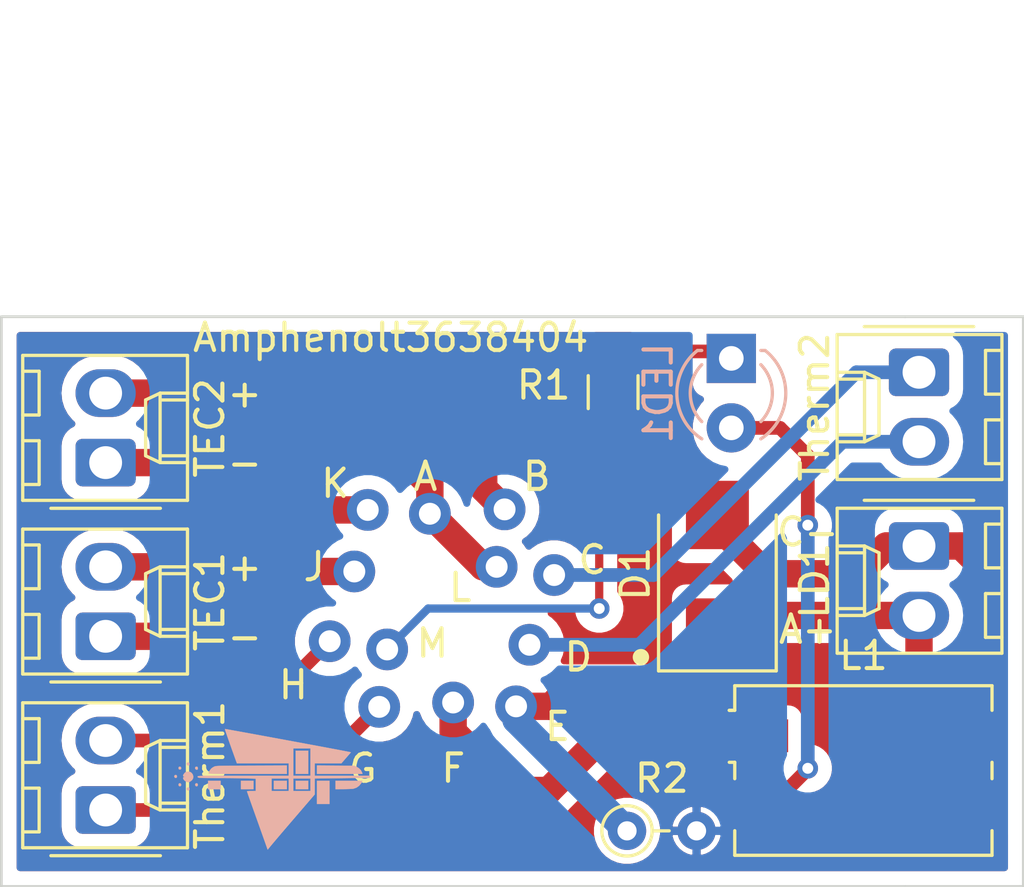
<source format=kicad_pcb>
(kicad_pcb (version 20171130) (host pcbnew "(5.1.2)-2")

  (general
    (thickness 1.6)
    (drawings 25)
    (tracks 76)
    (zones 0)
    (modules 13)
    (nets 16)
  )

  (page A4)
  (layers
    (0 F.Cu signal)
    (31 B.Cu signal)
    (36 B.SilkS user)
    (37 F.SilkS user)
    (38 B.Mask user hide)
    (39 F.Mask user)
    (40 Dwgs.User user hide)
    (41 Cmts.User user hide)
    (42 Eco1.User user hide)
    (43 Eco2.User user hide)
    (44 Edge.Cuts user)
    (45 Margin user hide)
    (46 B.CrtYd user hide)
    (47 F.CrtYd user)
    (48 B.Fab user hide)
    (49 F.Fab user hide)
  )

  (setup
    (last_trace_width 1)
    (user_trace_width 0.3)
    (user_trace_width 0.5)
    (trace_clearance 0.25)
    (zone_clearance 0.508)
    (zone_45_only no)
    (trace_min 0.2)
    (via_size 0.75)
    (via_drill 0.4)
    (via_min_size 0.4)
    (via_min_drill 0.3)
    (user_via 0.75 0.4)
    (user_via 1 0.5)
    (uvia_size 0.3)
    (uvia_drill 0.1)
    (uvias_allowed no)
    (uvia_min_size 0.2)
    (uvia_min_drill 0.1)
    (edge_width 0.05)
    (segment_width 0.2)
    (pcb_text_width 0.3)
    (pcb_text_size 1.5 1.5)
    (mod_edge_width 0.12)
    (mod_text_size 1 1)
    (mod_text_width 0.15)
    (pad_size 1.4 1.4)
    (pad_drill 0.7)
    (pad_to_mask_clearance 0.051)
    (solder_mask_min_width 0.25)
    (aux_axis_origin 147.574 91.44)
    (grid_origin 115.316 108.204)
    (visible_elements 7FFFFFFF)
    (pcbplotparams
      (layerselection 0x010fc_ffffffff)
      (usegerberextensions false)
      (usegerberattributes false)
      (usegerberadvancedattributes false)
      (creategerberjobfile false)
      (excludeedgelayer true)
      (linewidth 0.150000)
      (plotframeref false)
      (viasonmask false)
      (mode 1)
      (useauxorigin false)
      (hpglpennumber 1)
      (hpglpenspeed 20)
      (hpglpendiameter 15.000000)
      (psnegative false)
      (psa4output false)
      (plotreference true)
      (plotvalue true)
      (plotinvisibletext false)
      (padsonsilk false)
      (subtractmaskfromsilk false)
      (outputformat 1)
      (mirror false)
      (drillshape 1)
      (scaleselection 1)
      (outputdirectory ""))
  )

  (net 0 "")
  (net 1 /LaserCathode)
  (net 2 /LaserAnode)
  (net 3 GND)
  (net 4 /TEC-)
  (net 5 /TEC+)
  (net 6 /Therm2)
  (net 7 /Therm1)
  (net 8 /Therm4)
  (net 9 /Therm3)
  (net 10 /TEC2+)
  (net 11 /TEC2-)
  (net 12 /LED1)
  (net 13 /LED2)
  (net 14 "Net-(Amphenolt3638404-Pad6)")
  (net 15 "Net-(Amphenolt3638404-Pad5)")

  (net_class Default "This is the default net class."
    (clearance 0.25)
    (trace_width 1)
    (via_dia 0.75)
    (via_drill 0.4)
    (uvia_dia 0.3)
    (uvia_drill 0.1)
    (add_net /LED1)
    (add_net /LED2)
    (add_net /LaserAnode)
    (add_net /LaserCathode)
    (add_net /TEC+)
    (add_net /TEC-)
    (add_net /TEC2+)
    (add_net /TEC2-)
    (add_net /Therm1)
    (add_net /Therm2)
    (add_net /Therm3)
    (add_net /Therm4)
    (add_net GND)
    (add_net "Net-(Amphenolt3638404-Pad5)")
    (add_net "Net-(Amphenolt3638404-Pad6)")
  )

  (module Resistor_THT:R_Axial_DIN0204_L3.6mm_D1.6mm_P2.54mm_Vertical (layer F.Cu) (tedit 5D6F9523) (tstamp 5D6FF2D0)
    (at 138.176 106.172)
    (descr "Resistor, Axial_DIN0204 series, Axial, Vertical, pin pitch=2.54mm, 0.167W, length*diameter=3.6*1.6mm^2, http://cdn-reichelt.de/documents/datenblatt/B400/1_4W%23YAG.pdf")
    (tags "Resistor Axial_DIN0204 series Axial Vertical pin pitch 2.54mm 0.167W length 3.6mm diameter 1.6mm")
    (path /5D7411A7)
    (fp_text reference R2 (at 1.27 -1.92) (layer F.SilkS)
      (effects (font (size 1 1) (thickness 0.15)))
    )
    (fp_text value R (at 1.27 1.92) (layer F.Fab)
      (effects (font (size 1 1) (thickness 0.15)))
    )
    (fp_text user %R (at 1.27 -1.92) (layer F.Fab)
      (effects (font (size 1 1) (thickness 0.15)))
    )
    (fp_line (start 3.49 -1.05) (end -1.05 -1.05) (layer F.CrtYd) (width 0.05))
    (fp_line (start 3.49 1.05) (end 3.49 -1.05) (layer F.CrtYd) (width 0.05))
    (fp_line (start -1.05 1.05) (end 3.49 1.05) (layer F.CrtYd) (width 0.05))
    (fp_line (start -1.05 -1.05) (end -1.05 1.05) (layer F.CrtYd) (width 0.05))
    (fp_line (start 0.92 0) (end 1.54 0) (layer F.SilkS) (width 0.12))
    (fp_line (start 0 0) (end 2.54 0) (layer F.Fab) (width 0.1))
    (fp_circle (center 0 0) (end 0.92 0) (layer F.SilkS) (width 0.12))
    (fp_circle (center 0 0) (end 0.8 0) (layer F.Fab) (width 0.1))
    (pad 2 thru_hole oval (at 2.54 0) (size 1.4 1.4) (drill 0.7) (layers *.Cu *.Mask)
      (net 3 GND) (zone_connect 1) (thermal_width 0.3) (thermal_gap 0.2))
    (pad 1 thru_hole circle (at 0 0) (size 1.4 1.4) (drill 0.7) (layers *.Cu *.Mask)
      (net 15 "Net-(Amphenolt3638404-Pad5)"))
    (model ${KISYS3DMOD}/Resistor_THT.3dshapes/R_Axial_DIN0204_L3.6mm_D1.6mm_P2.54mm_Vertical.wrl
      (at (xyz 0 0 0))
      (scale (xyz 1 1 1))
      (rotate (xyz 0 0 0))
    )
  )

  (module Inductor_SMD:L_CommonMode_Wuerth_WE-SL2 (layer F.Cu) (tedit 5D6F9182) (tstamp 5D6FDE74)
    (at 146.812 103.966)
    (descr http://katalog.we-online.de/en/pbs/WE-SL2?sid=5fbec16187#vs_t1:c1_ct:1)
    (tags "Wuerth WE-SL2")
    (path /5D73841A)
    (attr smd)
    (fp_text reference L1 (at 0 -4.2) (layer F.SilkS)
      (effects (font (size 1 1) (thickness 0.15)))
    )
    (fp_text value L_Coupled (at 0.4 4.2) (layer F.Fab)
      (effects (font (size 1 1) (thickness 0.15)))
    )
    (fp_circle (center 0 0) (end 0.5 0) (layer F.Adhes) (width 1))
    (fp_line (start 4.6 3) (end -4.6 3) (layer F.Fab) (width 0.1))
    (fp_line (start -5 -3.25) (end 5 -3.25) (layer F.CrtYd) (width 0.05))
    (fp_line (start -5 3.25) (end -5 -3.25) (layer F.CrtYd) (width 0.05))
    (fp_line (start 5 3.25) (end -5 3.25) (layer F.CrtYd) (width 0.05))
    (fp_line (start 5 -3.25) (end 5 3.25) (layer F.CrtYd) (width 0.05))
    (fp_line (start 4.7 3.1) (end -4.7 3.1) (layer F.SilkS) (width 0.12))
    (fp_line (start 4.7 3.1) (end 4.7 2.2) (layer F.SilkS) (width 0.12))
    (fp_line (start -4.7 3.1) (end -4.7 2.2) (layer F.SilkS) (width 0.12))
    (fp_line (start 4.7 -3.1) (end 4.7 -2.2) (layer F.SilkS) (width 0.12))
    (fp_line (start 4.6 -3) (end 4.6 3) (layer F.Fab) (width 0.1))
    (fp_line (start -4.7 -3.1) (end -4.7 -2.2) (layer F.SilkS) (width 0.12))
    (fp_line (start -4.7 -3.1) (end 4.7 -3.1) (layer F.SilkS) (width 0.12))
    (fp_line (start -3.6 -3) (end 4.6 -3) (layer F.Fab) (width 0.1))
    (fp_line (start -4.6 -2) (end -4.6 3) (layer F.Fab) (width 0.1))
    (fp_line (start -4.5 -3) (end -3.6 -3) (layer F.Fab) (width 0.1))
    (fp_line (start -4.6 -2.9) (end -4.5 -3) (layer F.Fab) (width 0.1))
    (fp_line (start -4.6 -2) (end -4.6 -2.9) (layer F.Fab) (width 0.1))
    (fp_line (start -4.6 -2.2) (end -3.8 -3) (layer F.Fab) (width 0.1))
    (fp_line (start -4.9 -2.2) (end -4.8 -2.2) (layer F.SilkS) (width 0.12))
    (fp_line (start -4.7 -2.2) (end -4.9 -2.2) (layer F.SilkS) (width 0.12))
    (fp_line (start -4.7 -0.3) (end -4.7 0.3) (layer F.SilkS) (width 0.12))
    (fp_line (start -4.9 -0.3) (end -4.7 -0.3) (layer F.SilkS) (width 0.12))
    (fp_line (start 4.7 -0.3) (end 4.7 0.3) (layer F.SilkS) (width 0.12))
    (fp_text user %R (at -0.02 0) (layer F.Fab)
      (effects (font (size 1 1) (thickness 0.15)))
    )
    (pad 4 smd rect (at 3.75 -1.27) (size 2 1.2) (layers F.Cu F.Paste F.Mask)
      (net 1 /LaserCathode))
    (pad 3 smd rect (at 3.75 1.27) (size 2 1.2) (layers F.Cu F.Paste F.Mask)
      (net 2 /LaserAnode))
    (pad 2 smd rect (at -3.75 1.27) (size 2 1.2) (layers F.Cu F.Paste F.Mask)
      (net 14 "Net-(Amphenolt3638404-Pad6)"))
    (pad 1 smd rect (at -3.75 -1.27) (size 2 1.2) (layers F.Cu F.Paste F.Mask)
      (net 15 "Net-(Amphenolt3638404-Pad5)") (zone_connect 0))
    (model ${KISYS3DMOD}/Inductor_SMD.3dshapes/L_CommonMode_Wuerth_WE-SL2.wrl
      (at (xyz 0 0 0))
      (scale (xyz 1 1 1))
      (rotate (xyz 0 0 0))
    )
  )

  (module Diode_SMD:D_SMB (layer F.Cu) (tedit 58645DF3) (tstamp 5D6EE11C)
    (at 141.478 96.774 90)
    (descr "Diode SMB (DO-214AA)")
    (tags "Diode SMB (DO-214AA)")
    (path /5D6FB18F)
    (attr smd)
    (fp_text reference D1 (at 0 -3 90) (layer F.SilkS)
      (effects (font (size 1 1) (thickness 0.15)))
    )
    (fp_text value B220 (at 0 3.1 90) (layer F.Fab)
      (effects (font (size 1 1) (thickness 0.15)))
    )
    (fp_line (start -3.55 -2.15) (end 2.15 -2.15) (layer F.SilkS) (width 0.12))
    (fp_line (start -3.55 2.15) (end 2.15 2.15) (layer F.SilkS) (width 0.12))
    (fp_line (start -0.64944 0.00102) (end 0.50118 -0.79908) (layer F.Fab) (width 0.1))
    (fp_line (start -0.64944 0.00102) (end 0.50118 0.75032) (layer F.Fab) (width 0.1))
    (fp_line (start 0.50118 0.75032) (end 0.50118 -0.79908) (layer F.Fab) (width 0.1))
    (fp_line (start -0.64944 -0.79908) (end -0.64944 0.80112) (layer F.Fab) (width 0.1))
    (fp_line (start 0.50118 0.00102) (end 1.4994 0.00102) (layer F.Fab) (width 0.1))
    (fp_line (start -0.64944 0.00102) (end -1.55114 0.00102) (layer F.Fab) (width 0.1))
    (fp_line (start -3.65 2.25) (end -3.65 -2.25) (layer F.CrtYd) (width 0.05))
    (fp_line (start 3.65 2.25) (end -3.65 2.25) (layer F.CrtYd) (width 0.05))
    (fp_line (start 3.65 -2.25) (end 3.65 2.25) (layer F.CrtYd) (width 0.05))
    (fp_line (start -3.65 -2.25) (end 3.65 -2.25) (layer F.CrtYd) (width 0.05))
    (fp_line (start 2.3 -2) (end -2.3 -2) (layer F.Fab) (width 0.1))
    (fp_line (start 2.3 -2) (end 2.3 2) (layer F.Fab) (width 0.1))
    (fp_line (start -2.3 2) (end -2.3 -2) (layer F.Fab) (width 0.1))
    (fp_line (start 2.3 2) (end -2.3 2) (layer F.Fab) (width 0.1))
    (fp_line (start -3.55 -2.15) (end -3.55 2.15) (layer F.SilkS) (width 0.12))
    (fp_text user %R (at 0 -3 90) (layer F.Fab)
      (effects (font (size 1 1) (thickness 0.15)))
    )
    (pad 2 smd rect (at 2.15 0 90) (size 2.5 2.3) (layers F.Cu F.Paste F.Mask)
      (net 1 /LaserCathode))
    (pad 1 smd rect (at -2.15 0 90) (size 2.5 2.3) (layers F.Cu F.Paste F.Mask)
      (net 2 /LaserAnode))
    (model ${KISYS3DMOD}/Diode_SMD.3dshapes/D_SMB.wrl
      (at (xyz 0 0 0))
      (scale (xyz 1 1 1))
      (rotate (xyz 0 0 0))
    )
  )

  (module MyFootprints:QLMLogo (layer B.Cu) (tedit 0) (tstamp 5D51D97D)
    (at 125.222 104.648 180)
    (fp_text reference G*** (at 0 0) (layer B.SilkS) hide
      (effects (font (size 1.524 1.524) (thickness 0.3)) (justify mirror))
    )
    (fp_text value LOGO (at 0.75 0) (layer B.SilkS) hide
      (effects (font (size 1.524 1.524) (thickness 0.3)) (justify mirror))
    )
    (fp_poly (pts (xy 1.735721 2.198458) (xy 1.73368 2.184751) (xy 1.722822 2.147505) (xy 1.702814 2.085761)
      (xy 1.673321 1.998559) (xy 1.634012 1.88494) (xy 1.584552 1.743946) (xy 1.524608 1.574617)
      (xy 1.453846 1.375995) (xy 1.371934 1.14712) (xy 1.317281 0.994834) (xy 1.300554 0.948267)
      (xy -0.592666 0.948267) (xy -0.592666 0.491067) (xy 1.064988 0.491067) (xy 1.344136 0.491007)
      (xy 1.591263 0.490808) (xy 1.808216 0.490446) (xy 1.996843 0.489894) (xy 2.158988 0.489127)
      (xy 2.2965 0.488118) (xy 2.411223 0.486841) (xy 2.505006 0.485272) (xy 2.579694 0.483384)
      (xy 2.637133 0.48115) (xy 2.67917 0.478547) (xy 2.707652 0.475546) (xy 2.724424 0.472123)
      (xy 2.731334 0.468252) (xy 2.731599 0.467731) (xy 2.735626 0.452922) (xy 2.733386 0.440702)
      (xy 2.722026 0.430822) (xy 2.698696 0.423036) (xy 2.660544 0.417096) (xy 2.604719 0.412755)
      (xy 2.528369 0.409764) (xy 2.428643 0.407877) (xy 2.30269 0.406846) (xy 2.147658 0.406424)
      (xy 2.02438 0.406359) (xy 1.857031 0.406045) (xy 1.684028 0.405172) (xy 1.512076 0.403811)
      (xy 1.347878 0.402033) (xy 1.198137 0.39991) (xy 1.069559 0.397514) (xy 0.9779 0.395196)
      (xy 0.6096 0.384074) (xy 0.6096 -0.067733) (xy 0.770467 -0.067733) (xy 0.839592 -0.068836)
      (xy 0.893838 -0.071801) (xy 0.925851 -0.076112) (xy 0.931334 -0.079033) (xy 0.925785 -0.096528)
      (xy 0.909774 -0.143208) (xy 0.884255 -0.216373) (xy 0.850182 -0.313322) (xy 0.808509 -0.431357)
      (xy 0.760189 -0.567776) (xy 0.706176 -0.719881) (xy 0.647424 -0.88497) (xy 0.584887 -1.060345)
      (xy 0.564944 -1.116199) (xy 0.501015 -1.29528) (xy 0.440226 -1.465727) (xy 0.383576 -1.624731)
      (xy 0.332062 -1.769482) (xy 0.286682 -1.89717) (xy 0.248437 -2.004985) (xy 0.218322 -2.090119)
      (xy 0.197338 -2.149761) (xy 0.186481 -2.181101) (xy 0.1854 -2.1844) (xy 0.17555 -2.208557)
      (xy 0.170789 -2.206523) (xy 0.159776 -2.190769) (xy 0.128331 -2.151371) (xy 0.078144 -2.09033)
      (xy 0.0109 -2.009647) (xy -0.071712 -1.911323) (xy -0.168004 -1.79736) (xy -0.276289 -1.66976)
      (xy -0.39488 -1.530524) (xy -0.522088 -1.381652) (xy -0.656225 -1.225148) (xy -0.6858 -1.190704)
      (xy -1.540933 -0.195094) (xy -1.540933 0.389467) (xy -1.388533 0.389467) (xy -1.388533 -0.067733)
      (xy -0.762 -0.067733) (xy -0.762 0.389467) (xy -0.592666 0.389467) (xy -0.592666 -0.067733)
      (xy 0.033867 -0.067733) (xy 0.033867 0.389467) (xy -0.592666 0.389467) (xy -0.762 0.389467)
      (xy -1.388533 0.389467) (xy -1.540933 0.389467) (xy -1.697567 0.391853) (xy -1.745786 0.392534)
      (xy -1.823853 0.393567) (xy -1.92775 0.394904) (xy -2.053461 0.396494) (xy -2.196969 0.398285)
      (xy -2.354257 0.400229) (xy -2.521308 0.402274) (xy -2.694105 0.40437) (xy -2.709333 0.404553)
      (xy -3.564466 0.414867) (xy -3.569878 0.452967) (xy -3.575289 0.491067) (xy -1.540933 0.491067)
      (xy -1.540933 0.948267) (xy -2.519768 0.948267) (xy -2.863402 1.345809) (xy -2.816001 1.357266)
      (xy -2.783941 1.364088) (xy -2.722028 1.376361) (xy -2.63259 1.393655) (xy -2.517958 1.415538)
      (xy -2.380459 1.441582) (xy -2.222425 1.471354) (xy -2.122344 1.490134) (xy -1.388533 1.490134)
      (xy -1.388533 0.491067) (xy -0.762 0.491067) (xy -0.762 1.490134) (xy -1.388533 1.490134)
      (xy -2.122344 1.490134) (xy -2.046184 1.504425) (xy -1.854065 1.540364) (xy -1.648398 1.57874)
      (xy -1.431512 1.619124) (xy -1.205736 1.661084) (xy -0.9734 1.704191) (xy -0.736833 1.748013)
      (xy -0.498365 1.79212) (xy -0.260324 1.836082) (xy -0.02504 1.879469) (xy 0.205158 1.921849)
      (xy 0.427939 1.962793) (xy 0.640976 2.001869) (xy 0.841938 2.038648) (xy 1.028497 2.072699)
      (xy 1.198323 2.103591) (xy 1.349086 2.130894) (xy 1.478457 2.154177) (xy 1.584108 2.173011)
      (xy 1.663708 2.186964) (xy 1.714929 2.195606) (xy 1.735441 2.198506) (xy 1.735721 2.198458)) (layer B.SilkS) (width 0.01))
    (fp_poly (pts (xy -1.6256 -0.541866) (xy -2.0828 -0.541866) (xy -2.0828 0.304801) (xy -1.6256 0.304801)
      (xy -1.6256 -0.541866)) (layer B.SilkS) (width 0.01))
    (fp_poly (pts (xy 3.126484 0.035911) (xy 3.132667 0.008467) (xy 3.122258 -0.022198) (xy 3.099163 -0.045572)
      (xy 3.076249 -0.049463) (xy 3.060583 -0.042969) (xy 3.052233 -0.039585) (xy 3.034725 -0.017268)
      (xy 3.032572 0.017786) (xy 3.045027 0.04852) (xy 3.056467 0.056924) (xy 3.098528 0.059505)
      (xy 3.126484 0.035911)) (layer B.SilkS) (width 0.01))
    (fp_poly (pts (xy -2.302933 0) (xy -2.595033 0.001856) (xy -2.696831 0.003285) (xy -2.79197 0.006055)
      (xy -2.873085 0.009844) (xy -2.932811 0.01433) (xy -2.957806 0.017685) (xy -3.068874 0.056298)
      (xy -3.164133 0.123445) (xy -3.239294 0.215812) (xy -3.258206 0.249767) (xy -3.285936 0.304801)
      (xy -2.302933 0.304801) (xy -2.302933 0)) (layer B.SilkS) (width 0.01))
    (fp_poly (pts (xy 1.151467 0) (xy 0.694267 0) (xy 0.694267 0.304801) (xy 1.151467 0.304801)
      (xy 1.151467 0)) (layer B.SilkS) (width 0.01))
    (fp_poly (pts (xy 2.353734 0) (xy 1.896534 0) (xy 1.896534 0.304801) (xy 2.353734 0.304801)
      (xy 2.353734 0)) (layer B.SilkS) (width 0.01))
    (fp_poly (pts (xy 2.820283 0.189394) (xy 2.82455 0.154615) (xy 2.807945 0.116574) (xy 2.772904 0.105948)
      (xy 2.747434 0.11262) (xy 2.729906 0.135166) (xy 2.727797 0.170356) (xy 2.74036 0.201078)
      (xy 2.751667 0.209324) (xy 2.794137 0.212696) (xy 2.820283 0.189394)) (layer B.SilkS) (width 0.01))
    (fp_poly (pts (xy 3.429883 0.189394) (xy 3.43415 0.154615) (xy 3.417545 0.116574) (xy 3.382504 0.105948)
      (xy 3.357033 0.11262) (xy 3.339506 0.135166) (xy 3.337397 0.170356) (xy 3.34996 0.201078)
      (xy 3.361267 0.209324) (xy 3.403737 0.212696) (xy 3.429883 0.189394)) (layer B.SilkS) (width 0.01))
    (fp_poly (pts (xy 3.137562 0.632262) (xy 3.174355 0.620064) (xy 3.207031 0.592431) (xy 3.218723 0.5797)
      (xy 3.258094 0.525732) (xy 3.267119 0.486114) (xy 3.245809 0.461125) (xy 3.2131 0.452517)
      (xy 3.158067 0.445687) (xy 3.2131 0.442977) (xy 3.25447 0.433472) (xy 3.267558 0.408884)
      (xy 3.252988 0.366868) (xy 3.239272 0.344228) (xy 3.201361 0.306353) (xy 3.147492 0.273796)
      (xy 3.09364 0.255493) (xy 3.078177 0.254105) (xy 3.048939 0.261492) (xy 3.007847 0.27924)
      (xy 3.005667 0.280352) (xy 2.940693 0.3298) (xy 2.902883 0.393276) (xy 2.893601 0.464049)
      (xy 2.914211 0.535391) (xy 2.945011 0.5797) (xy 2.97943 0.613375) (xy 3.01335 0.62975)
      (xy 3.061557 0.6348) (xy 3.081867 0.635) (xy 3.137562 0.632262)) (layer B.SilkS) (width 0.01))
    (fp_poly (pts (xy 3.582283 0.494194) (xy 3.58655 0.459415) (xy 3.569945 0.421374) (xy 3.534904 0.410748)
      (xy 3.509433 0.41742) (xy 3.491906 0.439966) (xy 3.489797 0.475156) (xy 3.50236 0.505878)
      (xy 3.513667 0.514124) (xy 3.556137 0.517496) (xy 3.582283 0.494194)) (layer B.SilkS) (width 0.01))
    (fp_poly (pts (xy -1.6256 0.558801) (xy -3.287349 0.558801) (xy -3.276095 0.596901) (xy -3.232092 0.68733)
      (xy -3.159226 0.762359) (xy -3.086963 0.806899) (xy -2.988733 0.855134) (xy -2.307166 0.860253)
      (xy -1.6256 0.865372) (xy -1.6256 0.558801)) (layer B.SilkS) (width 0.01))
    (fp_poly (pts (xy 0.766234 0.859969) (xy 1.007088 0.859025) (xy 1.216425 0.858083) (xy 1.396593 0.85708)
      (xy 1.54994 0.855956) (xy 1.678816 0.85465) (xy 1.78557 0.8531) (xy 1.87255 0.851247)
      (xy 1.942105 0.849028) (xy 1.996583 0.846383) (xy 2.038334 0.84325) (xy 2.069707 0.83957)
      (xy 2.09305 0.83528) (xy 2.110711 0.830321) (xy 2.124902 0.824692) (xy 2.178114 0.796094)
      (xy 2.224611 0.763736) (xy 2.232384 0.756959) (xy 2.263879 0.719968) (xy 2.2963 0.670562)
      (xy 2.322728 0.620704) (xy 2.336245 0.582356) (xy 2.3368 0.576408) (xy 2.322216 0.572876)
      (xy 2.278129 0.569755) (xy 2.204035 0.567038) (xy 2.099432 0.564719) (xy 1.963815 0.562792)
      (xy 1.796683 0.561251) (xy 1.597531 0.560089) (xy 1.365856 0.559301) (xy 1.101156 0.55888)
      (xy 0.905934 0.558801) (xy -0.524933 0.558801) (xy -0.524933 0.864803) (xy 0.766234 0.859969)) (layer B.SilkS) (width 0.01))
    (fp_poly (pts (xy 2.821684 0.797911) (xy 2.827867 0.770467) (xy 2.815204 0.735507) (xy 2.785668 0.714201)
      (xy 2.751939 0.713287) (xy 2.737556 0.722489) (xy 2.726368 0.75213) (xy 2.730386 0.789511)
      (xy 2.746937 0.816365) (xy 2.751667 0.818924) (xy 2.793728 0.821505) (xy 2.821684 0.797911)) (layer B.SilkS) (width 0.01))
    (fp_poly (pts (xy 3.429883 0.798994) (xy 3.43415 0.764215) (xy 3.417545 0.726174) (xy 3.382504 0.715548)
      (xy 3.357033 0.72222) (xy 3.339506 0.744766) (xy 3.337397 0.779956) (xy 3.34996 0.810678)
      (xy 3.361267 0.818924) (xy 3.403737 0.822296) (xy 3.429883 0.798994)) (layer B.SilkS) (width 0.01))
    (fp_poly (pts (xy 3.125089 0.951353) (xy 3.12935 0.916471) (xy 3.113108 0.882255) (xy 3.082346 0.864195)
      (xy 3.050028 0.868646) (xy 3.04307 0.874175) (xy 3.031376 0.904178) (xy 3.035056 0.941711)
      (xy 3.051615 0.968699) (xy 3.056467 0.971324) (xy 3.098958 0.9747) (xy 3.125089 0.951353)) (layer B.SilkS) (width 0.01))
    (fp_poly (pts (xy -0.846666 0) (xy -1.303866 0) (xy -1.303866 0.304801) (xy -0.846666 0.304801)
      (xy -0.846666 0)) (layer B.SilkS) (width 0.01))
    (fp_poly (pts (xy -0.0508 0) (xy -0.524933 0) (xy -0.524933 0.304801) (xy -0.0508 0.304801)
      (xy -0.0508 0)) (layer B.SilkS) (width 0.01))
    (fp_poly (pts (xy -0.846666 0.558801) (xy -1.303866 0.558801) (xy -1.303866 1.405467) (xy -0.846666 1.405467)
      (xy -0.846666 0.558801)) (layer B.SilkS) (width 0.01))
  )

  (module MyFootprints:QLMLogo (layer B.Cu) (tedit 5D518C75) (tstamp 5D4D827E)
    (at 120.396 77.216 180)
    (fp_text reference G*** (at 0 0 180) (layer F.SilkS) hide
      (effects (font (size 1.524 1.524) (thickness 0.3)))
    )
    (fp_text value LOGO (at 0.75 0 180) (layer F.SilkS) hide
      (effects (font (size 1.524 1.524) (thickness 0.3)))
    )
  )

  (module Connector_Molex:Molex_KK-254_AE-6410-02A_1x02_P2.54mm_Vertical (layer F.Cu) (tedit 5B78013E) (tstamp 5D5173EF)
    (at 148.844 89.408 270)
    (descr "Molex KK-254 Interconnect System, old/engineering part number: AE-6410-02A example for new part number: 22-27-2021, 2 Pins (http://www.molex.com/pdm_docs/sd/022272021_sd.pdf), generated with kicad-footprint-generator")
    (tags "connector Molex KK-254 side entry")
    (path /5D51750D)
    (fp_text reference Therm2 (at 1.27 3.81 90) (layer F.SilkS)
      (effects (font (size 1 1) (thickness 0.15)))
    )
    (fp_text value Conn_01x02_Male (at 1.27 4.08 90) (layer F.Fab)
      (effects (font (size 1 1) (thickness 0.15)))
    )
    (fp_text user %R (at 1.27 -2.22 90) (layer F.Fab)
      (effects (font (size 1 1) (thickness 0.15)))
    )
    (fp_line (start 4.31 -3.42) (end -1.77 -3.42) (layer F.CrtYd) (width 0.05))
    (fp_line (start 4.31 3.38) (end 4.31 -3.42) (layer F.CrtYd) (width 0.05))
    (fp_line (start -1.77 3.38) (end 4.31 3.38) (layer F.CrtYd) (width 0.05))
    (fp_line (start -1.77 -3.42) (end -1.77 3.38) (layer F.CrtYd) (width 0.05))
    (fp_line (start 3.34 -2.43) (end 3.34 -3.03) (layer F.SilkS) (width 0.12))
    (fp_line (start 1.74 -2.43) (end 3.34 -2.43) (layer F.SilkS) (width 0.12))
    (fp_line (start 1.74 -3.03) (end 1.74 -2.43) (layer F.SilkS) (width 0.12))
    (fp_line (start 0.8 -2.43) (end 0.8 -3.03) (layer F.SilkS) (width 0.12))
    (fp_line (start -0.8 -2.43) (end 0.8 -2.43) (layer F.SilkS) (width 0.12))
    (fp_line (start -0.8 -3.03) (end -0.8 -2.43) (layer F.SilkS) (width 0.12))
    (fp_line (start 2.29 2.99) (end 2.29 1.99) (layer F.SilkS) (width 0.12))
    (fp_line (start 0.25 2.99) (end 0.25 1.99) (layer F.SilkS) (width 0.12))
    (fp_line (start 2.29 1.46) (end 2.54 1.99) (layer F.SilkS) (width 0.12))
    (fp_line (start 0.25 1.46) (end 2.29 1.46) (layer F.SilkS) (width 0.12))
    (fp_line (start 0 1.99) (end 0.25 1.46) (layer F.SilkS) (width 0.12))
    (fp_line (start 2.54 1.99) (end 2.54 2.99) (layer F.SilkS) (width 0.12))
    (fp_line (start 0 1.99) (end 2.54 1.99) (layer F.SilkS) (width 0.12))
    (fp_line (start 0 2.99) (end 0 1.99) (layer F.SilkS) (width 0.12))
    (fp_line (start -0.562893 0) (end -1.27 0.5) (layer F.Fab) (width 0.1))
    (fp_line (start -1.27 -0.5) (end -0.562893 0) (layer F.Fab) (width 0.1))
    (fp_line (start -1.67 -2) (end -1.67 2) (layer F.SilkS) (width 0.12))
    (fp_line (start 3.92 -3.03) (end -1.38 -3.03) (layer F.SilkS) (width 0.12))
    (fp_line (start 3.92 2.99) (end 3.92 -3.03) (layer F.SilkS) (width 0.12))
    (fp_line (start -1.38 2.99) (end 3.92 2.99) (layer F.SilkS) (width 0.12))
    (fp_line (start -1.38 -3.03) (end -1.38 2.99) (layer F.SilkS) (width 0.12))
    (fp_line (start 3.81 -2.92) (end -1.27 -2.92) (layer F.Fab) (width 0.1))
    (fp_line (start 3.81 2.88) (end 3.81 -2.92) (layer F.Fab) (width 0.1))
    (fp_line (start -1.27 2.88) (end 3.81 2.88) (layer F.Fab) (width 0.1))
    (fp_line (start -1.27 -2.92) (end -1.27 2.88) (layer F.Fab) (width 0.1))
    (pad 2 thru_hole oval (at 2.54 0 270) (size 1.74 2.2) (drill 1.2) (layers *.Cu *.Mask)
      (net 8 /Therm4))
    (pad 1 thru_hole roundrect (at 0 0 270) (size 1.74 2.2) (drill 1.2) (layers *.Cu *.Mask) (roundrect_rratio 0.143678)
      (net 9 /Therm3))
    (model ${KISYS3DMOD}/Connector_Molex.3dshapes/Molex_KK-254_AE-6410-02A_1x02_P2.54mm_Vertical.wrl
      (at (xyz 0 0 0))
      (scale (xyz 1 1 1))
      (rotate (xyz 0 0 0))
    )
  )

  (module Connector_Molex:Molex_KK-254_AE-6410-02A_1x02_P2.54mm_Vertical (layer F.Cu) (tedit 5B78013E) (tstamp 5D5173A8)
    (at 119.126 92.71 90)
    (descr "Molex KK-254 Interconnect System, old/engineering part number: AE-6410-02A example for new part number: 22-27-2021, 2 Pins (http://www.molex.com/pdm_docs/sd/022272021_sd.pdf), generated with kicad-footprint-generator")
    (tags "connector Molex KK-254 side entry")
    (path /5D516E39)
    (fp_text reference TEC2 (at 1.27 3.81 90) (layer F.SilkS)
      (effects (font (size 1 1) (thickness 0.15)))
    )
    (fp_text value Conn_01x02_Male (at 1.27 4.08 90) (layer F.Fab)
      (effects (font (size 1 1) (thickness 0.15)))
    )
    (fp_text user %R (at 1.27 -2.22 90) (layer F.Fab)
      (effects (font (size 1 1) (thickness 0.15)))
    )
    (fp_line (start 4.31 -3.42) (end -1.77 -3.42) (layer F.CrtYd) (width 0.05))
    (fp_line (start 4.31 3.38) (end 4.31 -3.42) (layer F.CrtYd) (width 0.05))
    (fp_line (start -1.77 3.38) (end 4.31 3.38) (layer F.CrtYd) (width 0.05))
    (fp_line (start -1.77 -3.42) (end -1.77 3.38) (layer F.CrtYd) (width 0.05))
    (fp_line (start 3.34 -2.43) (end 3.34 -3.03) (layer F.SilkS) (width 0.12))
    (fp_line (start 1.74 -2.43) (end 3.34 -2.43) (layer F.SilkS) (width 0.12))
    (fp_line (start 1.74 -3.03) (end 1.74 -2.43) (layer F.SilkS) (width 0.12))
    (fp_line (start 0.8 -2.43) (end 0.8 -3.03) (layer F.SilkS) (width 0.12))
    (fp_line (start -0.8 -2.43) (end 0.8 -2.43) (layer F.SilkS) (width 0.12))
    (fp_line (start -0.8 -3.03) (end -0.8 -2.43) (layer F.SilkS) (width 0.12))
    (fp_line (start 2.29 2.99) (end 2.29 1.99) (layer F.SilkS) (width 0.12))
    (fp_line (start 0.25 2.99) (end 0.25 1.99) (layer F.SilkS) (width 0.12))
    (fp_line (start 2.29 1.46) (end 2.54 1.99) (layer F.SilkS) (width 0.12))
    (fp_line (start 0.25 1.46) (end 2.29 1.46) (layer F.SilkS) (width 0.12))
    (fp_line (start 0 1.99) (end 0.25 1.46) (layer F.SilkS) (width 0.12))
    (fp_line (start 2.54 1.99) (end 2.54 2.99) (layer F.SilkS) (width 0.12))
    (fp_line (start 0 1.99) (end 2.54 1.99) (layer F.SilkS) (width 0.12))
    (fp_line (start 0 2.99) (end 0 1.99) (layer F.SilkS) (width 0.12))
    (fp_line (start -0.562893 0) (end -1.27 0.5) (layer F.Fab) (width 0.1))
    (fp_line (start -1.27 -0.5) (end -0.562893 0) (layer F.Fab) (width 0.1))
    (fp_line (start -1.67 -2) (end -1.67 2) (layer F.SilkS) (width 0.12))
    (fp_line (start 3.92 -3.03) (end -1.38 -3.03) (layer F.SilkS) (width 0.12))
    (fp_line (start 3.92 2.99) (end 3.92 -3.03) (layer F.SilkS) (width 0.12))
    (fp_line (start -1.38 2.99) (end 3.92 2.99) (layer F.SilkS) (width 0.12))
    (fp_line (start -1.38 -3.03) (end -1.38 2.99) (layer F.SilkS) (width 0.12))
    (fp_line (start 3.81 -2.92) (end -1.27 -2.92) (layer F.Fab) (width 0.1))
    (fp_line (start 3.81 2.88) (end 3.81 -2.92) (layer F.Fab) (width 0.1))
    (fp_line (start -1.27 2.88) (end 3.81 2.88) (layer F.Fab) (width 0.1))
    (fp_line (start -1.27 -2.92) (end -1.27 2.88) (layer F.Fab) (width 0.1))
    (pad 2 thru_hole oval (at 2.54 0 90) (size 1.74 2.2) (drill 1.2) (layers *.Cu *.Mask)
      (net 10 /TEC2+))
    (pad 1 thru_hole roundrect (at 0 0 90) (size 1.74 2.2) (drill 1.2) (layers *.Cu *.Mask) (roundrect_rratio 0.143678)
      (net 11 /TEC2-))
    (model ${KISYS3DMOD}/Connector_Molex.3dshapes/Molex_KK-254_AE-6410-02A_1x02_P2.54mm_Vertical.wrl
      (at (xyz 0 0 0))
      (scale (xyz 1 1 1))
      (rotate (xyz 0 0 0))
    )
  )

  (module MyFootprints:Binder09-0332-90-12 (layer F.Cu) (tedit 5D6F91A0) (tstamp 5D517CF7)
    (at 131.412052 98.03)
    (path /5D4C5A88)
    (fp_text reference Amphenolt3638404 (at -1.872052 -9.892) (layer F.SilkS)
      (effects (font (size 1 1) (thickness 0.15)))
    )
    (fp_text value Conn_01x12_Female (at 0 -6.35) (layer F.Fab)
      (effects (font (size 1 1) (thickness 0.15)))
    )
    (fp_circle (center 0 0) (end 9 0) (layer F.CrtYd) (width 0.05))
    (pad 12 thru_hole circle (at -2 1.51) (size 1.524 1.524) (drill 0.8) (layers *.Cu *.Mask)
      (net 12 /LED1))
    (pad 11 thru_hole circle (at 2 -1.51) (size 1.524 1.524) (drill 0.8) (layers *.Cu *.Mask)
      (net 11 /TEC2-) (zone_connect 0))
    (pad 10 thru_hole circle (at -2.71 -3.59) (size 1.524 1.524) (drill 0.8) (layers *.Cu *.Mask)
      (net 5 /TEC+))
    (pad 9 thru_hole circle (at -3.2 -1.34) (size 1.524 1.524) (drill 0.8) (layers *.Cu *.Mask)
      (net 4 /TEC-))
    (pad 8 thru_hole circle (at -4.1 1.21) (size 1.524 1.524) (drill 0.8) (layers *.Cu *.Mask)
      (net 6 /Therm2))
    (pad 7 thru_hole circle (at -2.29 3.61) (size 1.524 1.524) (drill 0.8) (layers *.Cu *.Mask)
      (net 7 /Therm1))
    (pad 6 thru_hole circle (at 0.41 3.45) (size 1.524 1.524) (drill 0.8) (layers *.Cu *.Mask)
      (net 14 "Net-(Amphenolt3638404-Pad6)"))
    (pad 5 thru_hole circle (at 2.71 3.59) (size 1.524 1.524) (drill 0.8) (layers *.Cu *.Mask)
      (net 15 "Net-(Amphenolt3638404-Pad5)") (zone_connect 1) (thermal_width 0.3) (thermal_gap 0.2))
    (pad 4 thru_hole circle (at 3.2 1.34) (size 1.524 1.524) (drill 0.8) (layers *.Cu *.Mask)
      (net 8 /Therm4))
    (pad 3 thru_hole circle (at 4.1 -1.21) (size 1.524 1.524) (drill 0.8) (layers *.Cu *.Mask)
      (net 9 /Therm3))
    (pad 2 thru_hole circle (at 2.29 -3.61) (size 1.524 1.524) (drill 0.8) (layers *.Cu *.Mask)
      (net 10 /TEC2+))
    (pad 1 thru_hole circle (at -0.44 -3.45) (size 1.524 1.524) (drill 0.8) (layers *.Cu *.Mask)
      (net 11 /TEC2-))
  )

  (module Connector_Molex:Molex_KK-254_AE-6410-02A_1x02_P2.54mm_Vertical (layer F.Cu) (tedit 5B78013E) (tstamp 5D4D34F1)
    (at 148.844 95.758 270)
    (descr "Molex KK-254 Interconnect System, old/engineering part number: AE-6410-02A example for new part number: 22-27-2021, 2 Pins (http://www.molex.com/pdm_docs/sd/022272021_sd.pdf), generated with kicad-footprint-generator")
    (tags "connector Molex KK-254 side entry")
    (path /5D4C8219)
    (fp_text reference LD1 (at 1.27 3.81 90) (layer F.SilkS)
      (effects (font (size 1 1) (thickness 0.15)))
    )
    (fp_text value Conn_01x02_Male (at 1.27 4.08 90) (layer F.Fab)
      (effects (font (size 1 1) (thickness 0.15)))
    )
    (fp_text user %R (at 1.27 -2.22 90) (layer F.Fab)
      (effects (font (size 1 1) (thickness 0.15)))
    )
    (fp_line (start 4.31 -3.42) (end -1.77 -3.42) (layer F.CrtYd) (width 0.05))
    (fp_line (start 4.31 3.38) (end 4.31 -3.42) (layer F.CrtYd) (width 0.05))
    (fp_line (start -1.77 3.38) (end 4.31 3.38) (layer F.CrtYd) (width 0.05))
    (fp_line (start -1.77 -3.42) (end -1.77 3.38) (layer F.CrtYd) (width 0.05))
    (fp_line (start 3.34 -2.43) (end 3.34 -3.03) (layer F.SilkS) (width 0.12))
    (fp_line (start 1.74 -2.43) (end 3.34 -2.43) (layer F.SilkS) (width 0.12))
    (fp_line (start 1.74 -3.03) (end 1.74 -2.43) (layer F.SilkS) (width 0.12))
    (fp_line (start 0.8 -2.43) (end 0.8 -3.03) (layer F.SilkS) (width 0.12))
    (fp_line (start -0.8 -2.43) (end 0.8 -2.43) (layer F.SilkS) (width 0.12))
    (fp_line (start -0.8 -3.03) (end -0.8 -2.43) (layer F.SilkS) (width 0.12))
    (fp_line (start 2.29 2.99) (end 2.29 1.99) (layer F.SilkS) (width 0.12))
    (fp_line (start 0.25 2.99) (end 0.25 1.99) (layer F.SilkS) (width 0.12))
    (fp_line (start 2.29 1.46) (end 2.54 1.99) (layer F.SilkS) (width 0.12))
    (fp_line (start 0.25 1.46) (end 2.29 1.46) (layer F.SilkS) (width 0.12))
    (fp_line (start 0 1.99) (end 0.25 1.46) (layer F.SilkS) (width 0.12))
    (fp_line (start 2.54 1.99) (end 2.54 2.99) (layer F.SilkS) (width 0.12))
    (fp_line (start 0 1.99) (end 2.54 1.99) (layer F.SilkS) (width 0.12))
    (fp_line (start 0 2.99) (end 0 1.99) (layer F.SilkS) (width 0.12))
    (fp_line (start -0.562893 0) (end -1.27 0.5) (layer F.Fab) (width 0.1))
    (fp_line (start -1.27 -0.5) (end -0.562893 0) (layer F.Fab) (width 0.1))
    (fp_line (start -1.67 -2) (end -1.67 2) (layer F.SilkS) (width 0.12))
    (fp_line (start 3.92 -3.03) (end -1.38 -3.03) (layer F.SilkS) (width 0.12))
    (fp_line (start 3.92 2.99) (end 3.92 -3.03) (layer F.SilkS) (width 0.12))
    (fp_line (start -1.38 2.99) (end 3.92 2.99) (layer F.SilkS) (width 0.12))
    (fp_line (start -1.38 -3.03) (end -1.38 2.99) (layer F.SilkS) (width 0.12))
    (fp_line (start 3.81 -2.92) (end -1.27 -2.92) (layer F.Fab) (width 0.1))
    (fp_line (start 3.81 2.88) (end 3.81 -2.92) (layer F.Fab) (width 0.1))
    (fp_line (start -1.27 2.88) (end 3.81 2.88) (layer F.Fab) (width 0.1))
    (fp_line (start -1.27 -2.92) (end -1.27 2.88) (layer F.Fab) (width 0.1))
    (pad 2 thru_hole oval (at 2.54 0 270) (size 1.74 2.2) (drill 1.2) (layers *.Cu *.Mask)
      (net 2 /LaserAnode))
    (pad 1 thru_hole roundrect (at 0 0 270) (size 1.74 2.2) (drill 1.2) (layers *.Cu *.Mask) (roundrect_rratio 0.143678)
      (net 1 /LaserCathode))
    (model ${KISYS3DMOD}/Connector_Molex.3dshapes/Molex_KK-254_AE-6410-02A_1x02_P2.54mm_Vertical.wrl
      (at (xyz 0 0 0))
      (scale (xyz 1 1 1))
      (rotate (xyz 0 0 0))
    )
  )

  (module LED_THT:LED_D3.0mm (layer B.Cu) (tedit 5D4D35B0) (tstamp 5D4D3504)
    (at 141.986 88.9 270)
    (descr "LED, diameter 3.0mm, 2 pins")
    (tags "LED diameter 3.0mm 2 pins")
    (path /5D4C763A)
    (fp_text reference LED1 (at 1.27 2.667 90) (layer B.SilkS)
      (effects (font (size 1 1) (thickness 0.15)) (justify mirror))
    )
    (fp_text value SFH4356P (at 1.27 -2.96 270) (layer B.Fab)
      (effects (font (size 1 1) (thickness 0.15)) (justify mirror))
    )
    (fp_line (start 3.7 2.25) (end -1.15 2.25) (layer B.CrtYd) (width 0.05))
    (fp_line (start 3.7 -2.25) (end 3.7 2.25) (layer B.CrtYd) (width 0.05))
    (fp_line (start -1.15 -2.25) (end 3.7 -2.25) (layer B.CrtYd) (width 0.05))
    (fp_line (start -1.15 2.25) (end -1.15 -2.25) (layer B.CrtYd) (width 0.05))
    (fp_line (start -0.29 -1.08) (end -0.29 -1.236) (layer B.SilkS) (width 0.12))
    (fp_line (start -0.29 1.236) (end -0.29 1.08) (layer B.SilkS) (width 0.12))
    (fp_line (start -0.23 1.16619) (end -0.23 -1.16619) (layer B.Fab) (width 0.1))
    (fp_circle (center 1.27 0) (end 2.77 0) (layer B.Fab) (width 0.1))
    (fp_arc (start 1.27 0) (end 0.229039 -1.08) (angle 87.9) (layer B.SilkS) (width 0.12))
    (fp_arc (start 1.27 0) (end 0.229039 1.08) (angle -87.9) (layer B.SilkS) (width 0.12))
    (fp_arc (start 1.27 0) (end -0.29 -1.235516) (angle 108.8) (layer B.SilkS) (width 0.12))
    (fp_arc (start 1.27 0) (end -0.29 1.235516) (angle -108.8) (layer B.SilkS) (width 0.12))
    (fp_arc (start 1.27 0) (end -0.23 1.16619) (angle -284.3) (layer B.Fab) (width 0.1))
    (pad 2 thru_hole circle (at 2.54 0 270) (size 1.8 1.8) (drill 0.9) (layers *.Cu *.Mask)
      (net 14 "Net-(Amphenolt3638404-Pad6)") (zone_connect 2))
    (pad 1 thru_hole rect (at 0 0 270) (size 1.8 1.8) (drill 0.9) (layers *.Cu *.Mask)
      (net 13 /LED2))
    (model ${KISYS3DMOD}/LED_THT.3dshapes/LED_D3.0mm.wrl
      (at (xyz 0 0 0))
      (scale (xyz 1 1 1))
      (rotate (xyz 0 0 0))
    )
  )

  (module Resistor_SMD:R_1206_3216Metric_Pad1.42x1.75mm_HandSolder (layer F.Cu) (tedit 5B301BBD) (tstamp 5D4D3515)
    (at 137.668 90.1335 90)
    (descr "Resistor SMD 1206 (3216 Metric), square (rectangular) end terminal, IPC_7351 nominal with elongated pad for handsoldering. (Body size source: http://www.tortai-tech.com/upload/download/2011102023233369053.pdf), generated with kicad-footprint-generator")
    (tags "resistor handsolder")
    (path /5D4D2F20)
    (attr smd)
    (fp_text reference R1 (at 0.254 -2.54) (layer F.SilkS)
      (effects (font (size 1 1) (thickness 0.15)))
    )
    (fp_text value 51 (at 0 1.82 90) (layer F.Fab)
      (effects (font (size 1 1) (thickness 0.15)))
    )
    (fp_text user %R (at 0 0 90) (layer F.Fab)
      (effects (font (size 0.8 0.8) (thickness 0.12)))
    )
    (fp_line (start 2.45 1.12) (end -2.45 1.12) (layer F.CrtYd) (width 0.05))
    (fp_line (start 2.45 -1.12) (end 2.45 1.12) (layer F.CrtYd) (width 0.05))
    (fp_line (start -2.45 -1.12) (end 2.45 -1.12) (layer F.CrtYd) (width 0.05))
    (fp_line (start -2.45 1.12) (end -2.45 -1.12) (layer F.CrtYd) (width 0.05))
    (fp_line (start -0.602064 0.91) (end 0.602064 0.91) (layer F.SilkS) (width 0.12))
    (fp_line (start -0.602064 -0.91) (end 0.602064 -0.91) (layer F.SilkS) (width 0.12))
    (fp_line (start 1.6 0.8) (end -1.6 0.8) (layer F.Fab) (width 0.1))
    (fp_line (start 1.6 -0.8) (end 1.6 0.8) (layer F.Fab) (width 0.1))
    (fp_line (start -1.6 -0.8) (end 1.6 -0.8) (layer F.Fab) (width 0.1))
    (fp_line (start -1.6 0.8) (end -1.6 -0.8) (layer F.Fab) (width 0.1))
    (pad 2 smd roundrect (at 1.4875 0 90) (size 1.425 1.75) (layers F.Cu F.Paste F.Mask) (roundrect_rratio 0.175439)
      (net 13 /LED2))
    (pad 1 smd roundrect (at -1.4875 0 90) (size 1.425 1.75) (layers F.Cu F.Paste F.Mask) (roundrect_rratio 0.175439)
      (net 12 /LED1))
    (model ${KISYS3DMOD}/Resistor_SMD.3dshapes/R_1206_3216Metric.wrl
      (at (xyz 0 0 0))
      (scale (xyz 1 1 1))
      (rotate (xyz 0 0 0))
    )
  )

  (module Connector_Molex:Molex_KK-254_AE-6410-02A_1x02_P2.54mm_Vertical (layer F.Cu) (tedit 5B78013E) (tstamp 5D4D3539)
    (at 119.126 99.06 90)
    (descr "Molex KK-254 Interconnect System, old/engineering part number: AE-6410-02A example for new part number: 22-27-2021, 2 Pins (http://www.molex.com/pdm_docs/sd/022272021_sd.pdf), generated with kicad-footprint-generator")
    (tags "connector Molex KK-254 side entry")
    (path /5D4C9095)
    (fp_text reference TEC1 (at 1.27 3.81 90) (layer F.SilkS)
      (effects (font (size 1 1) (thickness 0.15)))
    )
    (fp_text value Conn_01x02_Male (at 1.27 4.08 90) (layer F.Fab)
      (effects (font (size 1 1) (thickness 0.15)))
    )
    (fp_text user %R (at 1.27 -2.22 90) (layer F.Fab)
      (effects (font (size 1 1) (thickness 0.15)))
    )
    (fp_line (start 4.31 -3.42) (end -1.77 -3.42) (layer F.CrtYd) (width 0.05))
    (fp_line (start 4.31 3.38) (end 4.31 -3.42) (layer F.CrtYd) (width 0.05))
    (fp_line (start -1.77 3.38) (end 4.31 3.38) (layer F.CrtYd) (width 0.05))
    (fp_line (start -1.77 -3.42) (end -1.77 3.38) (layer F.CrtYd) (width 0.05))
    (fp_line (start 3.34 -2.43) (end 3.34 -3.03) (layer F.SilkS) (width 0.12))
    (fp_line (start 1.74 -2.43) (end 3.34 -2.43) (layer F.SilkS) (width 0.12))
    (fp_line (start 1.74 -3.03) (end 1.74 -2.43) (layer F.SilkS) (width 0.12))
    (fp_line (start 0.8 -2.43) (end 0.8 -3.03) (layer F.SilkS) (width 0.12))
    (fp_line (start -0.8 -2.43) (end 0.8 -2.43) (layer F.SilkS) (width 0.12))
    (fp_line (start -0.8 -3.03) (end -0.8 -2.43) (layer F.SilkS) (width 0.12))
    (fp_line (start 2.29 2.99) (end 2.29 1.99) (layer F.SilkS) (width 0.12))
    (fp_line (start 0.25 2.99) (end 0.25 1.99) (layer F.SilkS) (width 0.12))
    (fp_line (start 2.29 1.46) (end 2.54 1.99) (layer F.SilkS) (width 0.12))
    (fp_line (start 0.25 1.46) (end 2.29 1.46) (layer F.SilkS) (width 0.12))
    (fp_line (start 0 1.99) (end 0.25 1.46) (layer F.SilkS) (width 0.12))
    (fp_line (start 2.54 1.99) (end 2.54 2.99) (layer F.SilkS) (width 0.12))
    (fp_line (start 0 1.99) (end 2.54 1.99) (layer F.SilkS) (width 0.12))
    (fp_line (start 0 2.99) (end 0 1.99) (layer F.SilkS) (width 0.12))
    (fp_line (start -0.562893 0) (end -1.27 0.5) (layer F.Fab) (width 0.1))
    (fp_line (start -1.27 -0.5) (end -0.562893 0) (layer F.Fab) (width 0.1))
    (fp_line (start -1.67 -2) (end -1.67 2) (layer F.SilkS) (width 0.12))
    (fp_line (start 3.92 -3.03) (end -1.38 -3.03) (layer F.SilkS) (width 0.12))
    (fp_line (start 3.92 2.99) (end 3.92 -3.03) (layer F.SilkS) (width 0.12))
    (fp_line (start -1.38 2.99) (end 3.92 2.99) (layer F.SilkS) (width 0.12))
    (fp_line (start -1.38 -3.03) (end -1.38 2.99) (layer F.SilkS) (width 0.12))
    (fp_line (start 3.81 -2.92) (end -1.27 -2.92) (layer F.Fab) (width 0.1))
    (fp_line (start 3.81 2.88) (end 3.81 -2.92) (layer F.Fab) (width 0.1))
    (fp_line (start -1.27 2.88) (end 3.81 2.88) (layer F.Fab) (width 0.1))
    (fp_line (start -1.27 -2.92) (end -1.27 2.88) (layer F.Fab) (width 0.1))
    (pad 2 thru_hole oval (at 2.54 0 90) (size 1.74 2.2) (drill 1.2) (layers *.Cu *.Mask)
      (net 5 /TEC+))
    (pad 1 thru_hole roundrect (at 0 0 90) (size 1.74 2.2) (drill 1.2) (layers *.Cu *.Mask) (roundrect_rratio 0.143678)
      (net 4 /TEC-))
    (model ${KISYS3DMOD}/Connector_Molex.3dshapes/Molex_KK-254_AE-6410-02A_1x02_P2.54mm_Vertical.wrl
      (at (xyz 0 0 0))
      (scale (xyz 1 1 1))
      (rotate (xyz 0 0 0))
    )
  )

  (module Connector_Molex:Molex_KK-254_AE-6410-02A_1x02_P2.54mm_Vertical (layer F.Cu) (tedit 5B78013E) (tstamp 5D4D355D)
    (at 119.126 105.41 90)
    (descr "Molex KK-254 Interconnect System, old/engineering part number: AE-6410-02A example for new part number: 22-27-2021, 2 Pins (http://www.molex.com/pdm_docs/sd/022272021_sd.pdf), generated with kicad-footprint-generator")
    (tags "connector Molex KK-254 side entry")
    (path /5D4C8AB2)
    (fp_text reference Therm1 (at 1.27 3.81 90) (layer F.SilkS)
      (effects (font (size 1 1) (thickness 0.15)))
    )
    (fp_text value Conn_01x02_Male (at 1.27 4.08 90) (layer F.Fab)
      (effects (font (size 1 1) (thickness 0.15)))
    )
    (fp_text user %R (at 1.27 -2.22 90) (layer F.Fab)
      (effects (font (size 1 1) (thickness 0.15)))
    )
    (fp_line (start 4.31 -3.42) (end -1.77 -3.42) (layer F.CrtYd) (width 0.05))
    (fp_line (start 4.31 3.38) (end 4.31 -3.42) (layer F.CrtYd) (width 0.05))
    (fp_line (start -1.77 3.38) (end 4.31 3.38) (layer F.CrtYd) (width 0.05))
    (fp_line (start -1.77 -3.42) (end -1.77 3.38) (layer F.CrtYd) (width 0.05))
    (fp_line (start 3.34 -2.43) (end 3.34 -3.03) (layer F.SilkS) (width 0.12))
    (fp_line (start 1.74 -2.43) (end 3.34 -2.43) (layer F.SilkS) (width 0.12))
    (fp_line (start 1.74 -3.03) (end 1.74 -2.43) (layer F.SilkS) (width 0.12))
    (fp_line (start 0.8 -2.43) (end 0.8 -3.03) (layer F.SilkS) (width 0.12))
    (fp_line (start -0.8 -2.43) (end 0.8 -2.43) (layer F.SilkS) (width 0.12))
    (fp_line (start -0.8 -3.03) (end -0.8 -2.43) (layer F.SilkS) (width 0.12))
    (fp_line (start 2.29 2.99) (end 2.29 1.99) (layer F.SilkS) (width 0.12))
    (fp_line (start 0.25 2.99) (end 0.25 1.99) (layer F.SilkS) (width 0.12))
    (fp_line (start 2.29 1.46) (end 2.54 1.99) (layer F.SilkS) (width 0.12))
    (fp_line (start 0.25 1.46) (end 2.29 1.46) (layer F.SilkS) (width 0.12))
    (fp_line (start 0 1.99) (end 0.25 1.46) (layer F.SilkS) (width 0.12))
    (fp_line (start 2.54 1.99) (end 2.54 2.99) (layer F.SilkS) (width 0.12))
    (fp_line (start 0 1.99) (end 2.54 1.99) (layer F.SilkS) (width 0.12))
    (fp_line (start 0 2.99) (end 0 1.99) (layer F.SilkS) (width 0.12))
    (fp_line (start -0.562893 0) (end -1.27 0.5) (layer F.Fab) (width 0.1))
    (fp_line (start -1.27 -0.5) (end -0.562893 0) (layer F.Fab) (width 0.1))
    (fp_line (start -1.67 -2) (end -1.67 2) (layer F.SilkS) (width 0.12))
    (fp_line (start 3.92 -3.03) (end -1.38 -3.03) (layer F.SilkS) (width 0.12))
    (fp_line (start 3.92 2.99) (end 3.92 -3.03) (layer F.SilkS) (width 0.12))
    (fp_line (start -1.38 2.99) (end 3.92 2.99) (layer F.SilkS) (width 0.12))
    (fp_line (start -1.38 -3.03) (end -1.38 2.99) (layer F.SilkS) (width 0.12))
    (fp_line (start 3.81 -2.92) (end -1.27 -2.92) (layer F.Fab) (width 0.1))
    (fp_line (start 3.81 2.88) (end 3.81 -2.92) (layer F.Fab) (width 0.1))
    (fp_line (start -1.27 2.88) (end 3.81 2.88) (layer F.Fab) (width 0.1))
    (fp_line (start -1.27 -2.92) (end -1.27 2.88) (layer F.Fab) (width 0.1))
    (pad 2 thru_hole oval (at 2.54 0 90) (size 1.74 2.2) (drill 1.2) (layers *.Cu *.Mask)
      (net 6 /Therm2))
    (pad 1 thru_hole roundrect (at 0 0 90) (size 1.74 2.2) (drill 1.2) (layers *.Cu *.Mask) (roundrect_rratio 0.143678)
      (net 7 /Therm1))
    (model ${KISYS3DMOD}/Connector_Molex.3dshapes/Molex_KK-254_AE-6410-02A_1x02_P2.54mm_Vertical.wrl
      (at (xyz 0 0 0))
      (scale (xyz 1 1 1))
      (rotate (xyz 0 0 0))
    )
  )

  (gr_circle (center 138.684 99.822) (end 138.834 99.822) (layer F.SilkS) (width 0.3))
  (gr_line (start 152.654 108.204) (end 148.336 108.204) (layer Edge.Cuts) (width 0.1))
  (gr_line (start 152.654 87.376) (end 152.654 108.204) (layer Edge.Cuts) (width 0.1))
  (gr_line (start 148.336 87.376) (end 152.654 87.376) (layer Edge.Cuts) (width 0.1))
  (gr_line (start 148.336 108.204) (end 115.316 108.204) (layer Edge.Cuts) (width 0.1))
  (gr_line (start 115.316 87.376) (end 148.336 87.376) (layer Edge.Cuts) (width 0.1))
  (gr_line (start 115.316 108.204) (end 115.316 87.376) (layer Edge.Cuts) (width 0.1))
  (gr_text + (at 124.206 90.17) (layer F.SilkS) (tstamp 5D518675)
    (effects (font (size 1 1) (thickness 0.15)))
  )
  (gr_text - (at 124.206 92.71) (layer F.SilkS) (tstamp 5D518674)
    (effects (font (size 1 1) (thickness 0.15)))
  )
  (gr_text + (at 124.206 96.52) (layer F.SilkS)
    (effects (font (size 1 1) (thickness 0.15)))
  )
  (gr_text - (at 124.206 99.06) (layer F.SilkS)
    (effects (font (size 1 1) (thickness 0.15)))
  )
  (gr_text A+ (at 144.78 98.806) (layer F.SilkS)
    (effects (font (size 1 1) (thickness 0.15)))
  )
  (gr_text M (at 131.064 99.314) (layer F.SilkS)
    (effects (font (size 1 1) (thickness 0.15)))
  )
  (gr_text L (at 132.08 97.282) (layer F.SilkS)
    (effects (font (size 1 1) (thickness 0.15)))
  )
  (gr_text K (at 127.508 93.472) (layer F.SilkS)
    (effects (font (size 1 1) (thickness 0.15)))
  )
  (gr_text J (at 126.746 96.52) (layer F.SilkS)
    (effects (font (size 1 1) (thickness 0.15)))
  )
  (gr_text H (at 125.984 100.838) (layer F.SilkS)
    (effects (font (size 1 1) (thickness 0.15)))
  )
  (gr_text G (at 128.524 103.886) (layer F.SilkS)
    (effects (font (size 1 1) (thickness 0.15)))
  )
  (gr_text F (at 131.826 103.886) (layer F.SilkS)
    (effects (font (size 1 1) (thickness 0.15)))
  )
  (gr_text E (at 135.636 102.362) (layer F.SilkS)
    (effects (font (size 1 1) (thickness 0.15)))
  )
  (gr_text D (at 136.398 99.822) (layer F.SilkS)
    (effects (font (size 1 1) (thickness 0.15)))
  )
  (gr_text C (at 136.906 96.266) (layer F.SilkS)
    (effects (font (size 1 1) (thickness 0.15)))
  )
  (gr_text B (at 134.874 93.218) (layer F.SilkS)
    (effects (font (size 1 1) (thickness 0.15)))
  )
  (gr_text A (at 130.81 93.218) (layer F.SilkS)
    (effects (font (size 1 1) (thickness 0.15)))
  )
  (gr_text C- (at 144.78 95.25) (layer F.SilkS)
    (effects (font (size 1 1) (thickness 0.15)))
  )

  (via (at 144.78 103.886) (size 0.75) (drill 0.4) (layers F.Cu B.Cu) (net 14))
  (via (at 137.16 98.044) (size 0.75) (drill 0.4) (layers F.Cu B.Cu) (net 12))
  (segment (start 150.378 95.758) (end 148.844 95.758) (width 1) (layer F.Cu) (net 1))
  (segment (start 151.066 96.446) (end 150.378 95.758) (width 1) (layer F.Cu) (net 1))
  (segment (start 150.562 101.096) (end 150.562 102.696) (width 1) (layer F.Cu) (net 1))
  (segment (start 151.066 100.592) (end 150.562 101.096) (width 1) (layer F.Cu) (net 1))
  (segment (start 151.066 96.446) (end 151.066 100.592) (width 1) (layer F.Cu) (net 1))
  (segment (start 147.644 95.758) (end 146.628 96.774) (width 1) (layer F.Cu) (net 1))
  (segment (start 148.844 95.758) (end 147.644 95.758) (width 1) (layer F.Cu) (net 1))
  (segment (start 146.628 96.774) (end 143.256 96.774) (width 1) (layer F.Cu) (net 1))
  (segment (start 141.478 94.996) (end 141.478 94.624) (width 1) (layer F.Cu) (net 1))
  (segment (start 143.256 96.774) (end 141.478 94.996) (width 1) (layer F.Cu) (net 1))
  (segment (start 128.212052 96.69) (end 126.576 96.69) (width 1) (layer F.Cu) (net 4))
  (segment (start 126.576 96.69) (end 124.206 99.06) (width 1) (layer F.Cu) (net 4))
  (segment (start 124.206 99.06) (end 119.126 99.06) (width 1) (layer F.Cu) (net 4))
  (segment (start 128.702052 94.44) (end 126.286 94.44) (width 1) (layer F.Cu) (net 5))
  (segment (start 124.206 96.52) (end 119.126 96.52) (width 1) (layer F.Cu) (net 5))
  (segment (start 126.286 94.44) (end 124.206 96.52) (width 1) (layer F.Cu) (net 5))
  (segment (start 123.682052 102.87) (end 119.126 102.87) (width 0.5) (layer F.Cu) (net 6))
  (segment (start 127.312052 99.24) (end 123.682052 102.87) (width 0.5) (layer F.Cu) (net 6))
  (segment (start 125.352052 105.41) (end 119.126 105.41) (width 0.5) (layer F.Cu) (net 7))
  (segment (start 129.122052 101.64) (end 125.352052 105.41) (width 0.5) (layer F.Cu) (net 7))
  (segment (start 132.940053 93.658001) (end 132.940053 93.062053) (width 1) (layer F.Cu) (net 10))
  (segment (start 133.702052 94.42) (end 132.940053 93.658001) (width 1) (layer F.Cu) (net 10))
  (segment (start 130.048 90.17) (end 119.126 90.17) (width 1) (layer F.Cu) (net 10))
  (segment (start 132.940053 93.062053) (end 130.048 90.17) (width 1) (layer F.Cu) (net 10))
  (segment (start 130.972052 93.50237) (end 129.671682 92.202) (width 1) (layer F.Cu) (net 11))
  (segment (start 130.972052 94.58) (end 130.972052 93.50237) (width 1) (layer F.Cu) (net 11))
  (segment (start 129.671682 92.202) (end 125.73 92.202) (width 1) (layer F.Cu) (net 11))
  (segment (start 125.222 92.71) (end 119.126 92.71) (width 1) (layer F.Cu) (net 11))
  (segment (start 125.73 92.202) (end 125.222 92.71) (width 1) (layer F.Cu) (net 11))
  (segment (start 132.912052 96.52) (end 130.972052 94.58) (width 1) (layer F.Cu) (net 11))
  (segment (start 133.412052 96.52) (end 132.912052 96.52) (width 1) (layer F.Cu) (net 11))
  (segment (start 141.732 88.646) (end 141.986 88.9) (width 0.5) (layer F.Cu) (net 13))
  (segment (start 137.668 88.646) (end 141.732 88.646) (width 0.5) (layer F.Cu) (net 13))
  (segment (start 142.104 98.298) (end 141.478 98.924) (width 1) (layer F.Cu) (net 2))
  (segment (start 148.844 98.298) (end 142.104 98.298) (width 1) (layer F.Cu) (net 2))
  (segment (start 148.562 105.236) (end 148.082 104.756) (width 1) (layer F.Cu) (net 2))
  (segment (start 150.562 105.236) (end 148.562 105.236) (width 1) (layer F.Cu) (net 2))
  (segment (start 148.844 100.168) (end 148.844 98.298) (width 1) (layer F.Cu) (net 2))
  (segment (start 148.082 100.93) (end 148.844 100.168) (width 1) (layer F.Cu) (net 2))
  (segment (start 148.082 104.756) (end 148.082 100.93) (width 1) (layer F.Cu) (net 2))
  (segment (start 135.392 101.62) (end 134.122052 101.62) (width 1) (layer F.Cu) (net 15))
  (segment (start 135.916 101.096) (end 135.392 101.62) (width 1) (layer F.Cu) (net 15))
  (segment (start 142.662 102.696) (end 143.062 102.696) (width 1) (layer F.Cu) (net 15))
  (segment (start 141.062 101.096) (end 142.662 102.696) (width 1) (layer F.Cu) (net 15))
  (segment (start 135.916 101.096) (end 141.062 101.096) (width 1) (layer F.Cu) (net 15))
  (segment (start 134.612052 99.37) (end 138.628 99.37) (width 0.5) (layer B.Cu) (net 8))
  (segment (start 146.05 91.948) (end 148.844 91.948) (width 0.5) (layer B.Cu) (net 8))
  (segment (start 138.628 99.37) (end 146.05 91.948) (width 0.5) (layer B.Cu) (net 8))
  (segment (start 135.512052 96.82) (end 139.146 96.82) (width 0.5) (layer B.Cu) (net 9))
  (segment (start 146.558 89.408) (end 148.844 89.408) (width 0.5) (layer B.Cu) (net 9))
  (segment (start 139.146 96.82) (end 146.558 89.408) (width 0.5) (layer B.Cu) (net 9))
  (segment (start 130.908052 98.044) (end 129.412052 99.54) (width 0.3) (layer B.Cu) (net 12))
  (segment (start 130.908052 98.044) (end 137.16 98.044) (width 0.3) (layer B.Cu) (net 12))
  (segment (start 137.16 92.129) (end 137.668 91.621) (width 0.3) (layer F.Cu) (net 12))
  (segment (start 137.16 98.044) (end 137.16 92.129) (width 0.3) (layer F.Cu) (net 12))
  (segment (start 142.856 105.236) (end 143.566 105.236) (width 1) (layer F.Cu) (net 14))
  (segment (start 131.822052 102.55763) (end 133.960422 104.696) (width 1) (layer F.Cu) (net 14))
  (segment (start 131.822052 101.48) (end 131.822052 102.55763) (width 1) (layer F.Cu) (net 14))
  (segment (start 133.960422 104.696) (end 135.316 104.696) (width 1) (layer F.Cu) (net 14))
  (segment (start 142.662 105.236) (end 143.062 105.236) (width 1) (layer F.Cu) (net 14))
  (segment (start 140.316 102.89) (end 142.662 105.236) (width 1) (layer F.Cu) (net 14))
  (segment (start 137.122 102.89) (end 140.316 102.89) (width 1) (layer F.Cu) (net 14))
  (segment (start 135.316 104.696) (end 137.122 102.89) (width 1) (layer F.Cu) (net 14))
  (segment (start 144.78 92.456) (end 144.78 94.996) (width 0.5) (layer F.Cu) (net 14))
  (segment (start 141.986 91.44) (end 143.764 91.44) (width 0.5) (layer F.Cu) (net 14))
  (segment (start 143.764 91.44) (end 144.78 92.456) (width 0.5) (layer F.Cu) (net 14))
  (segment (start 144.78 94.996) (end 144.78 94.996) (width 0.5) (layer F.Cu) (net 14) (tstamp 5D6FEC98))
  (segment (start 144.78 94.996) (end 144.78 94.996) (width 0.5) (layer F.Cu) (net 14) (tstamp 5D6FEC9A))
  (via (at 144.78 94.996) (size 0.75) (drill 0.4) (layers F.Cu B.Cu) (net 14))
  (segment (start 143.462 105.236) (end 143.062 105.236) (width 0.5) (layer F.Cu) (net 14))
  (segment (start 144.78 103.918) (end 143.462 105.236) (width 0.5) (layer F.Cu) (net 14))
  (segment (start 144.78 94.996) (end 144.78 103.886) (width 0.5) (layer B.Cu) (net 14))
  (segment (start 134.122052 102.118052) (end 138.176 106.172) (width 1) (layer B.Cu) (net 15))
  (segment (start 134.122052 101.62) (end 134.122052 102.118052) (width 1) (layer B.Cu) (net 15))

  (zone (net 3) (net_name GND) (layer B.Cu) (tstamp 0) (hatch edge 0.508)
    (connect_pads (clearance 0.508))
    (min_thickness 0.254)
    (fill yes (arc_segments 32) (thermal_gap 0.508) (thermal_bridge_width 0.508))
    (polygon
      (pts
        (xy 152.654 87.376) (xy 115.316 87.376) (xy 115.316 108.204) (xy 152.654 108.204)
      )
    )
    (filled_polygon
      (pts
        (xy 140.447928 89.8) (xy 140.460188 89.924482) (xy 140.496498 90.04418) (xy 140.555463 90.154494) (xy 140.634815 90.251185)
        (xy 140.731506 90.330537) (xy 140.84182 90.389502) (xy 140.860127 90.395056) (xy 140.793688 90.461495) (xy 140.625701 90.712905)
        (xy 140.509989 90.992257) (xy 140.451 91.288816) (xy 140.451 91.591184) (xy 140.509989 91.887743) (xy 140.625701 92.167095)
        (xy 140.793688 92.418505) (xy 141.007495 92.632312) (xy 141.258905 92.800299) (xy 141.538257 92.916011) (xy 141.755248 92.959173)
        (xy 138.779422 95.935) (xy 136.60087 95.935) (xy 136.597172 95.929465) (xy 136.402587 95.73488) (xy 136.173779 95.581995)
        (xy 135.919542 95.476686) (xy 135.649644 95.423) (xy 135.37446 95.423) (xy 135.104562 95.476686) (xy 134.850325 95.581995)
        (xy 134.621517 95.73488) (xy 134.589201 95.767196) (xy 134.497172 95.629465) (xy 134.460851 95.593144) (xy 134.592587 95.50512)
        (xy 134.787172 95.310535) (xy 134.940057 95.081727) (xy 135.045366 94.82749) (xy 135.099052 94.557592) (xy 135.099052 94.282408)
        (xy 135.045366 94.01251) (xy 134.940057 93.758273) (xy 134.787172 93.529465) (xy 134.592587 93.33488) (xy 134.363779 93.181995)
        (xy 134.109542 93.076686) (xy 133.839644 93.023) (xy 133.56446 93.023) (xy 133.294562 93.076686) (xy 133.040325 93.181995)
        (xy 132.811517 93.33488) (xy 132.616932 93.529465) (xy 132.464047 93.758273) (xy 132.358738 94.01251) (xy 132.321139 94.201533)
        (xy 132.315366 94.17251) (xy 132.210057 93.918273) (xy 132.057172 93.689465) (xy 131.862587 93.49488) (xy 131.633779 93.341995)
        (xy 131.379542 93.236686) (xy 131.109644 93.183) (xy 130.83446 93.183) (xy 130.564562 93.236686) (xy 130.310325 93.341995)
        (xy 130.081517 93.49488) (xy 129.886932 93.689465) (xy 129.883825 93.694116) (xy 129.787172 93.549465) (xy 129.592587 93.35488)
        (xy 129.363779 93.201995) (xy 129.109542 93.096686) (xy 128.839644 93.043) (xy 128.56446 93.043) (xy 128.294562 93.096686)
        (xy 128.040325 93.201995) (xy 127.811517 93.35488) (xy 127.616932 93.549465) (xy 127.464047 93.778273) (xy 127.358738 94.03251)
        (xy 127.305052 94.302408) (xy 127.305052 94.577592) (xy 127.358738 94.84749) (xy 127.464047 95.101727) (xy 127.616932 95.330535)
        (xy 127.683308 95.396911) (xy 127.550325 95.451995) (xy 127.321517 95.60488) (xy 127.126932 95.799465) (xy 126.974047 96.028273)
        (xy 126.868738 96.28251) (xy 126.815052 96.552408) (xy 126.815052 96.827592) (xy 126.868738 97.09749) (xy 126.974047 97.351727)
        (xy 127.126932 97.580535) (xy 127.321517 97.77512) (xy 127.423106 97.843) (xy 127.17446 97.843) (xy 126.904562 97.896686)
        (xy 126.650325 98.001995) (xy 126.421517 98.15488) (xy 126.226932 98.349465) (xy 126.074047 98.578273) (xy 125.968738 98.83251)
        (xy 125.915052 99.102408) (xy 125.915052 99.377592) (xy 125.968738 99.64749) (xy 126.074047 99.901727) (xy 126.226932 100.130535)
        (xy 126.421517 100.32512) (xy 126.650325 100.478005) (xy 126.904562 100.583314) (xy 127.17446 100.637) (xy 127.449644 100.637)
        (xy 127.719542 100.583314) (xy 127.973779 100.478005) (xy 128.202587 100.32512) (xy 128.234903 100.292804) (xy 128.326932 100.430535)
        (xy 128.363253 100.466856) (xy 128.231517 100.55488) (xy 128.036932 100.749465) (xy 127.884047 100.978273) (xy 127.778738 101.23251)
        (xy 127.725052 101.502408) (xy 127.725052 101.777592) (xy 127.778738 102.04749) (xy 127.884047 102.301727) (xy 128.036932 102.530535)
        (xy 128.231517 102.72512) (xy 128.460325 102.878005) (xy 128.714562 102.983314) (xy 128.98446 103.037) (xy 129.259644 103.037)
        (xy 129.529542 102.983314) (xy 129.783779 102.878005) (xy 130.012587 102.72512) (xy 130.207172 102.530535) (xy 130.360057 102.301727)
        (xy 130.465366 102.04749) (xy 130.491205 101.917588) (xy 130.584047 102.141727) (xy 130.736932 102.370535) (xy 130.931517 102.56512)
        (xy 131.160325 102.718005) (xy 131.414562 102.823314) (xy 131.68446 102.877) (xy 131.959644 102.877) (xy 132.229542 102.823314)
        (xy 132.483779 102.718005) (xy 132.712587 102.56512) (xy 132.907172 102.370535) (xy 132.925279 102.343435) (xy 133.036932 102.510535)
        (xy 133.062924 102.536527) (xy 133.068376 102.554499) (xy 133.173769 102.751675) (xy 133.315604 102.924501) (xy 133.358912 102.960043)
        (xy 136.875427 106.476559) (xy 136.892304 106.561405) (xy 136.992939 106.804359) (xy 137.139038 107.023013) (xy 137.324987 107.208962)
        (xy 137.543641 107.355061) (xy 137.786595 107.455696) (xy 138.044514 107.507) (xy 138.307486 107.507) (xy 138.565405 107.455696)
        (xy 138.808359 107.355061) (xy 139.027013 107.208962) (xy 139.212962 107.023013) (xy 139.359061 106.804359) (xy 139.459696 106.561405)
        (xy 139.500686 106.355335) (xy 139.705497 106.355335) (xy 139.712256 106.389325) (xy 139.773941 106.58097) (xy 139.871828 106.756898)
        (xy 140.002156 106.910349) (xy 140.159917 107.035426) (xy 140.339048 107.127322) (xy 140.532665 107.182505) (xy 140.693 107.116994)
        (xy 140.693 106.195) (xy 140.739 106.195) (xy 140.739 107.116994) (xy 140.899335 107.182505) (xy 141.092952 107.127322)
        (xy 141.272083 107.035426) (xy 141.429844 106.910349) (xy 141.560172 106.756898) (xy 141.658059 106.58097) (xy 141.719744 106.389325)
        (xy 141.726503 106.355335) (xy 141.66097 106.195) (xy 140.739 106.195) (xy 140.693 106.195) (xy 139.77103 106.195)
        (xy 139.705497 106.355335) (xy 139.500686 106.355335) (xy 139.511 106.303486) (xy 139.511 106.040514) (xy 139.500687 105.988665)
        (xy 139.705497 105.988665) (xy 139.77103 106.149) (xy 140.693 106.149) (xy 140.693 105.227006) (xy 140.739 105.227006)
        (xy 140.739 106.149) (xy 141.66097 106.149) (xy 141.726503 105.988665) (xy 141.719744 105.954675) (xy 141.658059 105.76303)
        (xy 141.560172 105.587102) (xy 141.429844 105.433651) (xy 141.272083 105.308574) (xy 141.092952 105.216678) (xy 140.899335 105.161495)
        (xy 140.739 105.227006) (xy 140.693 105.227006) (xy 140.532665 105.161495) (xy 140.339048 105.216678) (xy 140.159917 105.308574)
        (xy 140.002156 105.433651) (xy 139.871828 105.587102) (xy 139.773941 105.76303) (xy 139.712256 105.954675) (xy 139.705497 105.988665)
        (xy 139.500687 105.988665) (xy 139.459696 105.782595) (xy 139.359061 105.539641) (xy 139.212962 105.320987) (xy 139.027013 105.135038)
        (xy 138.808359 104.988939) (xy 138.565405 104.888304) (xy 138.480559 104.871427) (xy 135.493779 101.884648) (xy 135.519052 101.757592)
        (xy 135.519052 101.482408) (xy 135.465366 101.21251) (xy 135.360057 100.958273) (xy 135.207172 100.729465) (xy 135.140796 100.663089)
        (xy 135.273779 100.608005) (xy 135.502587 100.45512) (xy 135.697172 100.260535) (xy 135.70087 100.255) (xy 138.584531 100.255)
        (xy 138.628 100.259281) (xy 138.671469 100.255) (xy 138.671477 100.255) (xy 138.80149 100.242195) (xy 138.968313 100.191589)
        (xy 139.122059 100.109411) (xy 139.256817 99.998817) (xy 139.284534 99.965044) (xy 143.852795 95.396784) (xy 143.88495 95.474414)
        (xy 143.895 95.489455) (xy 143.895001 103.392544) (xy 143.88495 103.407586) (xy 143.808814 103.591394) (xy 143.77 103.786524)
        (xy 143.77 103.985476) (xy 143.808814 104.180606) (xy 143.88495 104.364414) (xy 143.995482 104.529837) (xy 144.136163 104.670518)
        (xy 144.301586 104.78105) (xy 144.485394 104.857186) (xy 144.680524 104.896) (xy 144.879476 104.896) (xy 145.074606 104.857186)
        (xy 145.258414 104.78105) (xy 145.423837 104.670518) (xy 145.564518 104.529837) (xy 145.67505 104.364414) (xy 145.751186 104.180606)
        (xy 145.79 103.985476) (xy 145.79 103.786524) (xy 145.751186 103.591394) (xy 145.67505 103.407586) (xy 145.665 103.392545)
        (xy 145.665 98.298) (xy 147.101718 98.298) (xy 147.130776 98.593032) (xy 147.216834 98.876725) (xy 147.356583 99.138179)
        (xy 147.544655 99.367345) (xy 147.773821 99.555417) (xy 148.035275 99.695166) (xy 148.318968 99.781224) (xy 148.540064 99.803)
        (xy 149.147936 99.803) (xy 149.369032 99.781224) (xy 149.652725 99.695166) (xy 149.914179 99.555417) (xy 150.143345 99.367345)
        (xy 150.331417 99.138179) (xy 150.471166 98.876725) (xy 150.557224 98.593032) (xy 150.586282 98.298) (xy 150.557224 98.002968)
        (xy 150.471166 97.719275) (xy 150.331417 97.457821) (xy 150.143345 97.228655) (xy 150.077886 97.174934) (xy 150.187387 97.116405)
        (xy 150.321962 97.005962) (xy 150.432405 96.871387) (xy 150.514472 96.717851) (xy 150.565008 96.551255) (xy 150.582072 96.378001)
        (xy 150.582072 95.137999) (xy 150.565008 94.964745) (xy 150.514472 94.798149) (xy 150.432405 94.644613) (xy 150.321962 94.510038)
        (xy 150.187387 94.399595) (xy 150.033851 94.317528) (xy 149.867255 94.266992) (xy 149.694001 94.249928) (xy 147.993999 94.249928)
        (xy 147.820745 94.266992) (xy 147.654149 94.317528) (xy 147.500613 94.399595) (xy 147.366038 94.510038) (xy 147.255595 94.644613)
        (xy 147.173528 94.798149) (xy 147.122992 94.964745) (xy 147.105928 95.137999) (xy 147.105928 96.378001) (xy 147.122992 96.551255)
        (xy 147.173528 96.717851) (xy 147.255595 96.871387) (xy 147.366038 97.005962) (xy 147.500613 97.116405) (xy 147.610114 97.174934)
        (xy 147.544655 97.228655) (xy 147.356583 97.457821) (xy 147.216834 97.719275) (xy 147.130776 98.002968) (xy 147.101718 98.298)
        (xy 145.665 98.298) (xy 145.665 95.489455) (xy 145.67505 95.474414) (xy 145.751186 95.290606) (xy 145.79 95.095476)
        (xy 145.79 94.896524) (xy 145.751186 94.701394) (xy 145.67505 94.517586) (xy 145.564518 94.352163) (xy 145.423837 94.211482)
        (xy 145.258414 94.10095) (xy 145.180784 94.068795) (xy 146.416579 92.833) (xy 147.393367 92.833) (xy 147.544655 93.017345)
        (xy 147.773821 93.205417) (xy 148.035275 93.345166) (xy 148.318968 93.431224) (xy 148.540064 93.453) (xy 149.147936 93.453)
        (xy 149.369032 93.431224) (xy 149.652725 93.345166) (xy 149.914179 93.205417) (xy 150.143345 93.017345) (xy 150.331417 92.788179)
        (xy 150.471166 92.526725) (xy 150.557224 92.243032) (xy 150.586282 91.948) (xy 150.557224 91.652968) (xy 150.471166 91.369275)
        (xy 150.331417 91.107821) (xy 150.143345 90.878655) (xy 150.077886 90.824934) (xy 150.187387 90.766405) (xy 150.321962 90.655962)
        (xy 150.432405 90.521387) (xy 150.514472 90.367851) (xy 150.565008 90.201255) (xy 150.582072 90.028001) (xy 150.582072 88.787999)
        (xy 150.565008 88.614745) (xy 150.514472 88.448149) (xy 150.432405 88.294613) (xy 150.321962 88.160038) (xy 150.201284 88.061)
        (xy 151.969 88.061) (xy 151.969001 107.519) (xy 116.001 107.519) (xy 116.001 102.87) (xy 117.383718 102.87)
        (xy 117.412776 103.165032) (xy 117.498834 103.448725) (xy 117.638583 103.710179) (xy 117.826655 103.939345) (xy 117.892114 103.993066)
        (xy 117.782613 104.051595) (xy 117.648038 104.162038) (xy 117.537595 104.296613) (xy 117.455528 104.450149) (xy 117.404992 104.616745)
        (xy 117.387928 104.789999) (xy 117.387928 106.030001) (xy 117.404992 106.203255) (xy 117.455528 106.369851) (xy 117.537595 106.523387)
        (xy 117.648038 106.657962) (xy 117.782613 106.768405) (xy 117.936149 106.850472) (xy 118.102745 106.901008) (xy 118.275999 106.918072)
        (xy 119.976001 106.918072) (xy 120.149255 106.901008) (xy 120.315851 106.850472) (xy 120.469387 106.768405) (xy 120.603962 106.657962)
        (xy 120.714405 106.523387) (xy 120.796472 106.369851) (xy 120.847008 106.203255) (xy 120.864072 106.030001) (xy 120.864072 104.789999)
        (xy 120.847008 104.616745) (xy 120.796472 104.450149) (xy 120.714405 104.296613) (xy 120.603962 104.162038) (xy 120.469387 104.051595)
        (xy 120.359886 103.993066) (xy 120.425345 103.939345) (xy 120.613417 103.710179) (xy 120.753166 103.448725) (xy 120.839224 103.165032)
        (xy 120.868282 102.87) (xy 120.839224 102.574968) (xy 120.753166 102.291275) (xy 120.613417 102.029821) (xy 120.425345 101.800655)
        (xy 120.196179 101.612583) (xy 119.934725 101.472834) (xy 119.651032 101.386776) (xy 119.429936 101.365) (xy 118.822064 101.365)
        (xy 118.600968 101.386776) (xy 118.317275 101.472834) (xy 118.055821 101.612583) (xy 117.826655 101.800655) (xy 117.638583 102.029821)
        (xy 117.498834 102.291275) (xy 117.412776 102.574968) (xy 117.383718 102.87) (xy 116.001 102.87) (xy 116.001 96.52)
        (xy 117.383718 96.52) (xy 117.412776 96.815032) (xy 117.498834 97.098725) (xy 117.638583 97.360179) (xy 117.826655 97.589345)
        (xy 117.892114 97.643066) (xy 117.782613 97.701595) (xy 117.648038 97.812038) (xy 117.537595 97.946613) (xy 117.455528 98.100149)
        (xy 117.404992 98.266745) (xy 117.387928 98.439999) (xy 117.387928 99.680001) (xy 117.404992 99.853255) (xy 117.455528 100.019851)
        (xy 117.537595 100.173387) (xy 117.648038 100.307962) (xy 117.782613 100.418405) (xy 117.936149 100.500472) (xy 118.102745 100.551008)
        (xy 118.275999 100.568072) (xy 119.976001 100.568072) (xy 120.149255 100.551008) (xy 120.315851 100.500472) (xy 120.469387 100.418405)
        (xy 120.603962 100.307962) (xy 120.714405 100.173387) (xy 120.796472 100.019851) (xy 120.847008 99.853255) (xy 120.864072 99.680001)
        (xy 120.864072 98.439999) (xy 120.847008 98.266745) (xy 120.796472 98.100149) (xy 120.714405 97.946613) (xy 120.603962 97.812038)
        (xy 120.469387 97.701595) (xy 120.359886 97.643066) (xy 120.425345 97.589345) (xy 120.613417 97.360179) (xy 120.753166 97.098725)
        (xy 120.839224 96.815032) (xy 120.868282 96.52) (xy 120.839224 96.224968) (xy 120.753166 95.941275) (xy 120.613417 95.679821)
        (xy 120.425345 95.450655) (xy 120.196179 95.262583) (xy 119.934725 95.122834) (xy 119.651032 95.036776) (xy 119.429936 95.015)
        (xy 118.822064 95.015) (xy 118.600968 95.036776) (xy 118.317275 95.122834) (xy 118.055821 95.262583) (xy 117.826655 95.450655)
        (xy 117.638583 95.679821) (xy 117.498834 95.941275) (xy 117.412776 96.224968) (xy 117.383718 96.52) (xy 116.001 96.52)
        (xy 116.001 90.17) (xy 117.383718 90.17) (xy 117.412776 90.465032) (xy 117.498834 90.748725) (xy 117.638583 91.010179)
        (xy 117.826655 91.239345) (xy 117.892114 91.293066) (xy 117.782613 91.351595) (xy 117.648038 91.462038) (xy 117.537595 91.596613)
        (xy 117.455528 91.750149) (xy 117.404992 91.916745) (xy 117.387928 92.089999) (xy 117.387928 93.330001) (xy 117.404992 93.503255)
        (xy 117.455528 93.669851) (xy 117.537595 93.823387) (xy 117.648038 93.957962) (xy 117.782613 94.068405) (xy 117.936149 94.150472)
        (xy 118.102745 94.201008) (xy 118.275999 94.218072) (xy 119.976001 94.218072) (xy 120.149255 94.201008) (xy 120.315851 94.150472)
        (xy 120.469387 94.068405) (xy 120.603962 93.957962) (xy 120.714405 93.823387) (xy 120.796472 93.669851) (xy 120.847008 93.503255)
        (xy 120.864072 93.330001) (xy 120.864072 92.089999) (xy 120.847008 91.916745) (xy 120.796472 91.750149) (xy 120.714405 91.596613)
        (xy 120.603962 91.462038) (xy 120.469387 91.351595) (xy 120.359886 91.293066) (xy 120.425345 91.239345) (xy 120.613417 91.010179)
        (xy 120.753166 90.748725) (xy 120.839224 90.465032) (xy 120.868282 90.17) (xy 120.839224 89.874968) (xy 120.753166 89.591275)
        (xy 120.613417 89.329821) (xy 120.425345 89.100655) (xy 120.196179 88.912583) (xy 119.934725 88.772834) (xy 119.651032 88.686776)
        (xy 119.429936 88.665) (xy 118.822064 88.665) (xy 118.600968 88.686776) (xy 118.317275 88.772834) (xy 118.055821 88.912583)
        (xy 117.826655 89.100655) (xy 117.638583 89.329821) (xy 117.498834 89.591275) (xy 117.412776 89.874968) (xy 117.383718 90.17)
        (xy 116.001 90.17) (xy 116.001 88.061) (xy 140.447928 88.061)
      )
    )
  )
  (zone (net 3) (net_name GND) (layer F.Cu) (tstamp 0) (hatch edge 0.508)
    (connect_pads (clearance 0.508))
    (min_thickness 0.254)
    (fill yes (arc_segments 32) (thermal_gap 0.508) (thermal_bridge_width 0.508))
    (polygon
      (pts
        (xy 152.654 87.376) (xy 115.316 87.376) (xy 115.316 108.204) (xy 152.654 108.204)
      )
    )
    (filled_polygon
      (pts
        (xy 136.154928 88.1835) (xy 136.154928 89.1085) (xy 136.171992 89.281754) (xy 136.222528 89.44835) (xy 136.304595 89.601886)
        (xy 136.415038 89.736462) (xy 136.549614 89.846905) (xy 136.70315 89.928972) (xy 136.869746 89.979508) (xy 137.043 89.996572)
        (xy 138.293 89.996572) (xy 138.466254 89.979508) (xy 138.63285 89.928972) (xy 138.786386 89.846905) (xy 138.920962 89.736462)
        (xy 139.031405 89.601886) (xy 139.069294 89.531) (xy 140.447928 89.531) (xy 140.447928 89.8) (xy 140.460188 89.924482)
        (xy 140.496498 90.04418) (xy 140.555463 90.154494) (xy 140.634815 90.251185) (xy 140.731506 90.330537) (xy 140.84182 90.389502)
        (xy 140.860127 90.395056) (xy 140.793688 90.461495) (xy 140.625701 90.712905) (xy 140.509989 90.992257) (xy 140.451 91.288816)
        (xy 140.451 91.591184) (xy 140.509989 91.887743) (xy 140.625701 92.167095) (xy 140.793688 92.418505) (xy 141.007495 92.632312)
        (xy 141.162567 92.735928) (xy 140.328 92.735928) (xy 140.203518 92.748188) (xy 140.08382 92.784498) (xy 139.973506 92.843463)
        (xy 139.876815 92.922815) (xy 139.797463 93.019506) (xy 139.738498 93.12982) (xy 139.702188 93.249518) (xy 139.689928 93.374)
        (xy 139.689928 95.874) (xy 139.702188 95.998482) (xy 139.738498 96.11818) (xy 139.797463 96.228494) (xy 139.876815 96.325185)
        (xy 139.973506 96.404537) (xy 140.08382 96.463502) (xy 140.203518 96.499812) (xy 140.328 96.512072) (xy 141.38894 96.512072)
        (xy 141.912796 97.035928) (xy 140.328 97.035928) (xy 140.203518 97.048188) (xy 140.08382 97.084498) (xy 139.973506 97.143463)
        (xy 139.876815 97.222815) (xy 139.797463 97.319506) (xy 139.738498 97.42982) (xy 139.702188 97.549518) (xy 139.689928 97.674)
        (xy 139.689928 99.961) (xy 135.971751 99.961) (xy 135.916 99.955509) (xy 135.880166 99.959038) (xy 135.955366 99.77749)
        (xy 136.009052 99.507592) (xy 136.009052 99.232408) (xy 135.955366 98.96251) (xy 135.850057 98.708273) (xy 135.697172 98.479465)
        (xy 135.502587 98.28488) (xy 135.400998 98.217) (xy 135.649644 98.217) (xy 135.919542 98.163314) (xy 136.15 98.067855)
        (xy 136.15 98.143476) (xy 136.188814 98.338606) (xy 136.26495 98.522414) (xy 136.375482 98.687837) (xy 136.516163 98.828518)
        (xy 136.681586 98.93905) (xy 136.865394 99.015186) (xy 137.060524 99.054) (xy 137.259476 99.054) (xy 137.454606 99.015186)
        (xy 137.638414 98.93905) (xy 137.803837 98.828518) (xy 137.944518 98.687837) (xy 138.05505 98.522414) (xy 138.131186 98.338606)
        (xy 138.17 98.143476) (xy 138.17 97.944524) (xy 138.131186 97.749394) (xy 138.05505 97.565586) (xy 137.945 97.400884)
        (xy 137.945 92.971572) (xy 138.293 92.971572) (xy 138.466254 92.954508) (xy 138.63285 92.903972) (xy 138.786386 92.821905)
        (xy 138.920962 92.711462) (xy 139.031405 92.576886) (xy 139.113472 92.42335) (xy 139.164008 92.256754) (xy 139.181072 92.0835)
        (xy 139.181072 91.1585) (xy 139.164008 90.985246) (xy 139.113472 90.81865) (xy 139.031405 90.665114) (xy 138.920962 90.530538)
        (xy 138.786386 90.420095) (xy 138.63285 90.338028) (xy 138.466254 90.287492) (xy 138.293 90.270428) (xy 137.043 90.270428)
        (xy 136.869746 90.287492) (xy 136.70315 90.338028) (xy 136.549614 90.420095) (xy 136.415038 90.530538) (xy 136.304595 90.665114)
        (xy 136.222528 90.81865) (xy 136.171992 90.985246) (xy 136.154928 91.1585) (xy 136.154928 92.0835) (xy 136.171992 92.256754)
        (xy 136.222528 92.42335) (xy 136.304595 92.576886) (xy 136.375001 92.662676) (xy 136.375 95.716447) (xy 136.173779 95.581995)
        (xy 135.919542 95.476686) (xy 135.649644 95.423) (xy 135.37446 95.423) (xy 135.104562 95.476686) (xy 134.850325 95.581995)
        (xy 134.621517 95.73488) (xy 134.589201 95.767196) (xy 134.497172 95.629465) (xy 134.460851 95.593144) (xy 134.592587 95.50512)
        (xy 134.787172 95.310535) (xy 134.940057 95.081727) (xy 135.045366 94.82749) (xy 135.099052 94.557592) (xy 135.099052 94.282408)
        (xy 135.045366 94.01251) (xy 134.940057 93.758273) (xy 134.787172 93.529465) (xy 134.592587 93.33488) (xy 134.363779 93.181995)
        (xy 134.109542 93.076686) (xy 134.079688 93.070748) (xy 134.080544 93.062053) (xy 134.05863 92.839554) (xy 133.993729 92.625606)
        (xy 133.888337 92.42843) (xy 133.782042 92.298909) (xy 133.78204 92.298907) (xy 133.746502 92.255604) (xy 133.703199 92.220066)
        (xy 130.889996 89.406865) (xy 130.854449 89.363551) (xy 130.681623 89.221716) (xy 130.484447 89.116324) (xy 130.270499 89.051423)
        (xy 130.103752 89.035) (xy 130.103751 89.035) (xy 130.048 89.029509) (xy 129.992249 89.035) (xy 120.345344 89.035)
        (xy 120.196179 88.912583) (xy 119.934725 88.772834) (xy 119.651032 88.686776) (xy 119.429936 88.665) (xy 118.822064 88.665)
        (xy 118.600968 88.686776) (xy 118.317275 88.772834) (xy 118.055821 88.912583) (xy 117.826655 89.100655) (xy 117.638583 89.329821)
        (xy 117.498834 89.591275) (xy 117.412776 89.874968) (xy 117.383718 90.17) (xy 117.412776 90.465032) (xy 117.498834 90.748725)
        (xy 117.638583 91.010179) (xy 117.826655 91.239345) (xy 117.892114 91.293066) (xy 117.782613 91.351595) (xy 117.648038 91.462038)
        (xy 117.537595 91.596613) (xy 117.455528 91.750149) (xy 117.404992 91.916745) (xy 117.387928 92.089999) (xy 117.387928 93.330001)
        (xy 117.404992 93.503255) (xy 117.455528 93.669851) (xy 117.537595 93.823387) (xy 117.648038 93.957962) (xy 117.782613 94.068405)
        (xy 117.936149 94.150472) (xy 118.102745 94.201008) (xy 118.275999 94.218072) (xy 119.976001 94.218072) (xy 120.149255 94.201008)
        (xy 120.315851 94.150472) (xy 120.469387 94.068405) (xy 120.603962 93.957962) (xy 120.696668 93.845) (xy 125.166249 93.845)
        (xy 125.222 93.850491) (xy 125.275662 93.845206) (xy 123.735869 95.385) (xy 120.345344 95.385) (xy 120.196179 95.262583)
        (xy 119.934725 95.122834) (xy 119.651032 95.036776) (xy 119.429936 95.015) (xy 118.822064 95.015) (xy 118.600968 95.036776)
        (xy 118.317275 95.122834) (xy 118.055821 95.262583) (xy 117.826655 95.450655) (xy 117.638583 95.679821) (xy 117.498834 95.941275)
        (xy 117.412776 96.224968) (xy 117.383718 96.52) (xy 117.412776 96.815032) (xy 117.498834 97.098725) (xy 117.638583 97.360179)
        (xy 117.826655 97.589345) (xy 117.892114 97.643066) (xy 117.782613 97.701595) (xy 117.648038 97.812038) (xy 117.537595 97.946613)
        (xy 117.455528 98.100149) (xy 117.404992 98.266745) (xy 117.387928 98.439999) (xy 117.387928 99.680001) (xy 117.404992 99.853255)
        (xy 117.455528 100.019851) (xy 117.537595 100.173387) (xy 117.648038 100.307962) (xy 117.782613 100.418405) (xy 117.936149 100.500472)
        (xy 118.102745 100.551008) (xy 118.275999 100.568072) (xy 119.976001 100.568072) (xy 120.149255 100.551008) (xy 120.315851 100.500472)
        (xy 120.469387 100.418405) (xy 120.603962 100.307962) (xy 120.696668 100.195) (xy 124.150249 100.195) (xy 124.206 100.200491)
        (xy 124.261751 100.195) (xy 124.261752 100.195) (xy 124.428499 100.178577) (xy 124.642447 100.113676) (xy 124.839623 100.008284)
        (xy 125.012449 99.866449) (xy 125.047996 99.823135) (xy 125.951386 98.919746) (xy 125.915052 99.102408) (xy 125.915052 99.377592)
        (xy 125.916351 99.384122) (xy 123.315474 101.985) (xy 120.576633 101.985) (xy 120.425345 101.800655) (xy 120.196179 101.612583)
        (xy 119.934725 101.472834) (xy 119.651032 101.386776) (xy 119.429936 101.365) (xy 118.822064 101.365) (xy 118.600968 101.386776)
        (xy 118.317275 101.472834) (xy 118.055821 101.612583) (xy 117.826655 101.800655) (xy 117.638583 102.029821) (xy 117.498834 102.291275)
        (xy 117.412776 102.574968) (xy 117.383718 102.87) (xy 117.412776 103.165032) (xy 117.498834 103.448725) (xy 117.638583 103.710179)
        (xy 117.826655 103.939345) (xy 117.892114 103.993066) (xy 117.782613 104.051595) (xy 117.648038 104.162038) (xy 117.537595 104.296613)
        (xy 117.455528 104.450149) (xy 117.404992 104.616745) (xy 117.387928 104.789999) (xy 117.387928 106.030001) (xy 117.404992 106.203255)
        (xy 117.455528 106.369851) (xy 117.537595 106.523387) (xy 117.648038 106.657962) (xy 117.782613 106.768405) (xy 117.936149 106.850472)
        (xy 118.102745 106.901008) (xy 118.275999 106.918072) (xy 119.976001 106.918072) (xy 120.149255 106.901008) (xy 120.315851 106.850472)
        (xy 120.469387 106.768405) (xy 120.603962 106.657962) (xy 120.714405 106.523387) (xy 120.796472 106.369851) (xy 120.819178 106.295)
        (xy 125.308583 106.295) (xy 125.352052 106.299281) (xy 125.395521 106.295) (xy 125.395529 106.295) (xy 125.525542 106.282195)
        (xy 125.692365 106.231589) (xy 125.846111 106.149411) (xy 125.978801 106.040514) (xy 136.841 106.040514) (xy 136.841 106.303486)
        (xy 136.892304 106.561405) (xy 136.992939 106.804359) (xy 137.139038 107.023013) (xy 137.324987 107.208962) (xy 137.543641 107.355061)
        (xy 137.786595 107.455696) (xy 138.044514 107.507) (xy 138.307486 107.507) (xy 138.565405 107.455696) (xy 138.808359 107.355061)
        (xy 139.027013 107.208962) (xy 139.212962 107.023013) (xy 139.359061 106.804359) (xy 139.459696 106.561405) (xy 139.500686 106.355335)
        (xy 139.705497 106.355335) (xy 139.712256 106.389325) (xy 139.773941 106.58097) (xy 139.871828 106.756898) (xy 140.002156 106.910349)
        (xy 140.159917 107.035426) (xy 140.339048 107.127322) (xy 140.532665 107.182505) (xy 140.693 107.116994) (xy 140.693 106.195)
        (xy 139.77103 106.195) (xy 139.705497 106.355335) (xy 139.500686 106.355335) (xy 139.511 106.303486) (xy 139.511 106.040514)
        (xy 139.500687 105.988665) (xy 139.705497 105.988665) (xy 139.77103 106.149) (xy 140.693 106.149) (xy 140.693 105.227006)
        (xy 140.532665 105.161495) (xy 140.339048 105.216678) (xy 140.159917 105.308574) (xy 140.002156 105.433651) (xy 139.871828 105.587102)
        (xy 139.773941 105.76303) (xy 139.712256 105.954675) (xy 139.705497 105.988665) (xy 139.500687 105.988665) (xy 139.459696 105.782595)
        (xy 139.359061 105.539641) (xy 139.212962 105.320987) (xy 139.027013 105.135038) (xy 138.808359 104.988939) (xy 138.565405 104.888304)
        (xy 138.307486 104.837) (xy 138.044514 104.837) (xy 137.786595 104.888304) (xy 137.543641 104.988939) (xy 137.324987 105.135038)
        (xy 137.139038 105.320987) (xy 136.992939 105.539641) (xy 136.892304 105.782595) (xy 136.841 106.040514) (xy 125.978801 106.040514)
        (xy 125.980869 106.038817) (xy 126.008586 106.005044) (xy 128.97793 103.035701) (xy 128.98446 103.037) (xy 129.259644 103.037)
        (xy 129.529542 102.983314) (xy 129.783779 102.878005) (xy 130.012587 102.72512) (xy 130.207172 102.530535) (xy 130.360057 102.301727)
        (xy 130.465366 102.04749) (xy 130.491205 101.917588) (xy 130.584047 102.141727) (xy 130.687052 102.295884) (xy 130.687052 102.501879)
        (xy 130.681561 102.55763) (xy 130.687052 102.613381) (xy 130.687052 102.613382) (xy 130.703475 102.780129) (xy 130.768376 102.994077)
        (xy 130.873769 103.191253) (xy 131.015604 103.364079) (xy 131.058912 103.399621) (xy 133.118431 105.459141) (xy 133.153973 105.502449)
        (xy 133.257123 105.587102) (xy 133.326799 105.644284) (xy 133.523975 105.749676) (xy 133.737923 105.814577) (xy 133.960422 105.836491)
        (xy 134.016174 105.831) (xy 135.260249 105.831) (xy 135.316 105.836491) (xy 135.371751 105.831) (xy 135.371752 105.831)
        (xy 135.538499 105.814577) (xy 135.752447 105.749676) (xy 135.949623 105.644284) (xy 136.122449 105.502449) (xy 136.157995 105.459136)
        (xy 137.592133 104.025) (xy 139.845869 104.025) (xy 141.01546 105.194592) (xy 140.899335 105.161495) (xy 140.739 105.227006)
        (xy 140.739 106.149) (xy 140.759 106.149) (xy 140.759 106.195) (xy 140.739 106.195) (xy 140.739 107.116994)
        (xy 140.899335 107.182505) (xy 141.092952 107.127322) (xy 141.272083 107.035426) (xy 141.429844 106.910349) (xy 141.560172 106.756898)
        (xy 141.658059 106.58097) (xy 141.719744 106.389325) (xy 141.722664 106.374639) (xy 141.81782 106.425502) (xy 141.937518 106.461812)
        (xy 142.062 106.474072) (xy 144.062 106.474072) (xy 144.186482 106.461812) (xy 144.30618 106.425502) (xy 144.416494 106.366537)
        (xy 144.513185 106.287185) (xy 144.592537 106.190494) (xy 144.651502 106.08018) (xy 144.687812 105.960482) (xy 144.700072 105.836)
        (xy 144.700072 105.301174) (xy 144.705717 105.243862) (xy 145.10497 104.844609) (xy 145.258414 104.78105) (xy 145.423837 104.670518)
        (xy 145.564518 104.529837) (xy 145.67505 104.364414) (xy 145.751186 104.180606) (xy 145.79 103.985476) (xy 145.79 103.786524)
        (xy 145.751186 103.591394) (xy 145.67505 103.407586) (xy 145.564518 103.242163) (xy 145.423837 103.101482) (xy 145.258414 102.99095)
        (xy 145.074606 102.914814) (xy 144.879476 102.876) (xy 144.700072 102.876) (xy 144.700072 102.096) (xy 144.687812 101.971518)
        (xy 144.651502 101.85182) (xy 144.592537 101.741506) (xy 144.513185 101.644815) (xy 144.416494 101.565463) (xy 144.30618 101.506498)
        (xy 144.186482 101.470188) (xy 144.062 101.457928) (xy 143.02906 101.457928) (xy 142.383204 100.812072) (xy 142.628 100.812072)
        (xy 142.752482 100.799812) (xy 142.87218 100.763502) (xy 142.982494 100.704537) (xy 143.079185 100.625185) (xy 143.158537 100.528494)
        (xy 143.217502 100.41818) (xy 143.253812 100.298482) (xy 143.266072 100.174) (xy 143.266072 99.433) (xy 147.624656 99.433)
        (xy 147.709 99.50222) (xy 147.709 99.697868) (xy 147.31886 100.088009) (xy 147.275552 100.123551) (xy 147.133717 100.296377)
        (xy 147.094632 100.369501) (xy 147.028324 100.493554) (xy 146.963423 100.707502) (xy 146.941509 100.93) (xy 146.947001 100.985761)
        (xy 146.947 104.700248) (xy 146.941509 104.756) (xy 146.947 104.811751) (xy 146.963423 104.978498) (xy 147.028324 105.192446)
        (xy 147.133716 105.389623) (xy 147.275551 105.562449) (xy 147.318864 105.597995) (xy 147.720008 105.99914) (xy 147.755551 106.042449)
        (xy 147.928377 106.184284) (xy 148.111557 106.282195) (xy 148.125553 106.289676) (xy 148.339501 106.354577) (xy 148.562 106.376491)
        (xy 148.617752 106.371) (xy 149.215856 106.371) (xy 149.31782 106.425502) (xy 149.437518 106.461812) (xy 149.562 106.474072)
        (xy 151.562 106.474072) (xy 151.686482 106.461812) (xy 151.80618 106.425502) (xy 151.916494 106.366537) (xy 151.969001 106.323446)
        (xy 151.969001 107.519) (xy 116.001 107.519) (xy 116.001 88.061) (xy 136.166993 88.061)
      )
    )
  )
)

</source>
